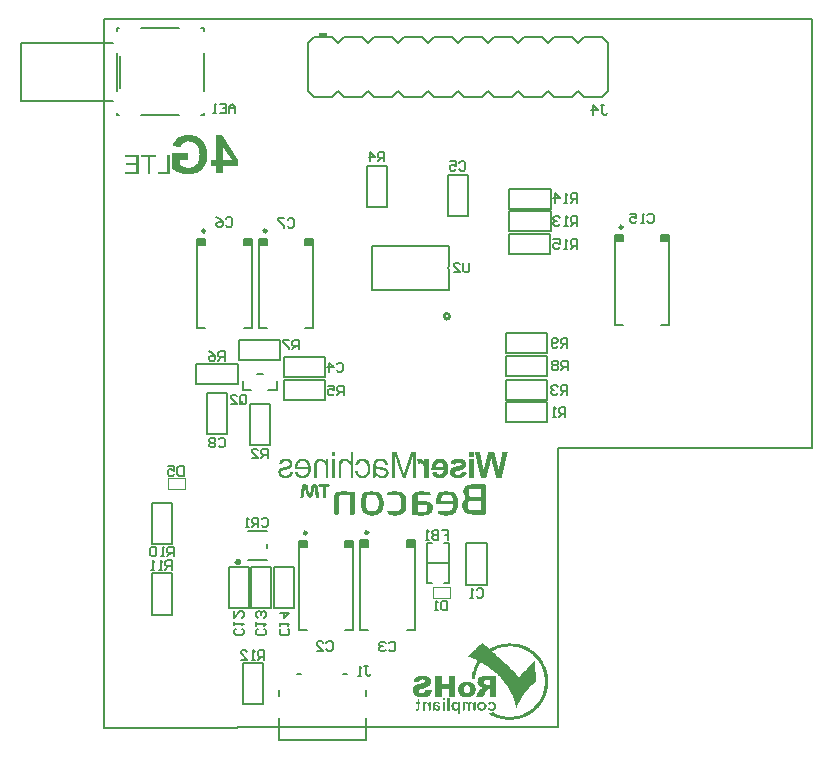
<source format=gbo>
G04*
G04 #@! TF.GenerationSoftware,Altium Limited,Altium Designer,21.2.2 (38)*
G04*
G04 Layer_Color=32896*
%FSLAX25Y25*%
%MOIN*%
G70*
G04*
G04 #@! TF.SameCoordinates,1EE3EA90-B843-4F6A-96F8-F7B062EE76D3*
G04*
G04*
G04 #@! TF.FilePolarity,Positive*
G04*
G01*
G75*
%ADD12C,0.00984*%
%ADD14C,0.00394*%
%ADD15C,0.00787*%
%ADD16C,0.01000*%
%ADD17C,0.00600*%
%ADD18C,0.00591*%
%ADD21C,0.00709*%
%ADD105R,0.02657X0.02165*%
%ADD106R,0.03150X0.01417*%
G36*
X77030Y91540D02*
Y91371D01*
Y91202D01*
Y91034D01*
Y90865D01*
Y90696D01*
Y90527D01*
X76187D01*
Y90696D01*
Y90865D01*
Y91034D01*
Y91202D01*
Y91371D01*
Y91540D01*
Y91709D01*
X77030D01*
Y91540D01*
D02*
G37*
G36*
X123278D02*
Y91371D01*
Y91202D01*
Y91034D01*
Y90865D01*
Y90696D01*
Y90527D01*
Y90359D01*
Y90190D01*
X121759D01*
Y90359D01*
Y90527D01*
Y90696D01*
Y90865D01*
Y91034D01*
Y91202D01*
Y91371D01*
Y91540D01*
Y91709D01*
X123278D01*
Y91540D01*
D02*
G37*
G36*
X83107D02*
Y91371D01*
Y91202D01*
Y91034D01*
Y90865D01*
Y90696D01*
Y90527D01*
Y90359D01*
Y90190D01*
Y90021D01*
Y89852D01*
Y89683D01*
Y89515D01*
Y89346D01*
Y89177D01*
Y89008D01*
Y88839D01*
Y88671D01*
Y88502D01*
Y88333D01*
Y88164D01*
Y87995D01*
Y87827D01*
Y87658D01*
Y87489D01*
Y87320D01*
Y87151D01*
Y86983D01*
Y86814D01*
Y86645D01*
Y86476D01*
Y86308D01*
Y86139D01*
Y85970D01*
Y85801D01*
Y85632D01*
Y85464D01*
Y85295D01*
Y85126D01*
Y84957D01*
Y84789D01*
Y84620D01*
Y84451D01*
Y84282D01*
Y84113D01*
Y83945D01*
Y83776D01*
Y83607D01*
Y83438D01*
Y83269D01*
X82263D01*
Y83438D01*
Y83607D01*
Y83776D01*
Y83945D01*
Y84113D01*
Y84282D01*
Y84451D01*
Y84620D01*
Y84789D01*
Y84957D01*
Y85126D01*
Y85295D01*
Y85464D01*
Y85632D01*
Y85801D01*
Y85970D01*
Y86139D01*
Y86308D01*
Y86476D01*
Y86645D01*
Y86814D01*
Y86983D01*
Y87151D01*
Y87320D01*
Y87489D01*
Y87658D01*
X82094D01*
Y87827D01*
Y87995D01*
X81925D01*
Y88164D01*
X81757D01*
Y88333D01*
X81588D01*
Y88502D01*
X81250D01*
Y88671D01*
X79900D01*
Y88502D01*
X79731D01*
Y88333D01*
X79394D01*
Y88164D01*
Y87995D01*
X79225D01*
Y87827D01*
Y87658D01*
Y87489D01*
Y87320D01*
Y87151D01*
Y86983D01*
Y86814D01*
Y86645D01*
Y86476D01*
Y86308D01*
Y86139D01*
Y85970D01*
Y85801D01*
Y85632D01*
Y85464D01*
Y85295D01*
Y85126D01*
Y84957D01*
Y84789D01*
Y84620D01*
Y84451D01*
Y84282D01*
Y84113D01*
Y83945D01*
Y83776D01*
Y83607D01*
Y83438D01*
Y83269D01*
X78381D01*
Y83438D01*
Y83607D01*
Y83776D01*
Y83945D01*
Y84113D01*
Y84282D01*
Y84451D01*
Y84620D01*
Y84789D01*
Y84957D01*
Y85126D01*
Y85295D01*
Y85464D01*
Y85632D01*
Y85801D01*
Y85970D01*
Y86139D01*
Y86308D01*
Y86476D01*
Y86645D01*
Y86814D01*
Y86983D01*
Y87151D01*
Y87320D01*
Y87489D01*
Y87658D01*
Y87827D01*
Y87995D01*
Y88164D01*
Y88333D01*
X78549D01*
Y88502D01*
Y88671D01*
X78718D01*
Y88839D01*
X78887D01*
Y89008D01*
X79056D01*
Y89177D01*
X79225D01*
Y89346D01*
X79562D01*
Y89515D01*
X81081D01*
Y89346D01*
X81419D01*
Y89177D01*
X81757D01*
Y89008D01*
X81925D01*
Y88839D01*
X82263D01*
Y89008D01*
Y89177D01*
Y89346D01*
Y89515D01*
Y89683D01*
Y89852D01*
Y90021D01*
Y90190D01*
Y90359D01*
Y90527D01*
Y90696D01*
Y90865D01*
Y91034D01*
Y91202D01*
Y91371D01*
Y91540D01*
Y91709D01*
X83107D01*
Y91540D01*
D02*
G37*
G36*
X93234Y89346D02*
X93740D01*
Y89177D01*
X94078D01*
Y89008D01*
X94247D01*
Y88839D01*
X94416D01*
Y88671D01*
X94584D01*
Y88502D01*
Y88333D01*
X94753D01*
Y88164D01*
Y87995D01*
Y87827D01*
X94922D01*
Y87658D01*
X94247D01*
Y87489D01*
X94078D01*
Y87658D01*
X93909D01*
Y87827D01*
Y87995D01*
X93740D01*
Y88164D01*
Y88333D01*
X93572D01*
Y88502D01*
X93234D01*
Y88671D01*
X91546D01*
Y88502D01*
X91209D01*
Y88333D01*
X91040D01*
Y88164D01*
X90871D01*
Y87995D01*
Y87827D01*
Y87658D01*
X90702D01*
Y87489D01*
Y87320D01*
Y87151D01*
X91040D01*
Y86983D01*
X92053D01*
Y86814D01*
X93234D01*
Y86645D01*
X93909D01*
Y86476D01*
X94247D01*
Y86308D01*
X94416D01*
Y86139D01*
X94584D01*
Y85970D01*
X94753D01*
Y85801D01*
X94922D01*
Y85632D01*
Y85464D01*
Y85295D01*
X95091D01*
Y85126D01*
Y84957D01*
Y84789D01*
Y84620D01*
Y84451D01*
X94922D01*
Y84282D01*
Y84113D01*
X94753D01*
Y83945D01*
Y83776D01*
X94584D01*
Y83607D01*
X94416D01*
Y83438D01*
X94078D01*
Y83269D01*
X93572D01*
Y83101D01*
X92559D01*
Y83269D01*
X91884D01*
Y83438D01*
X91546D01*
Y83607D01*
X91377D01*
Y83776D01*
X91040D01*
Y83945D01*
X90702D01*
Y83776D01*
Y83607D01*
X90534D01*
Y83438D01*
Y83269D01*
X89690D01*
Y83438D01*
Y83607D01*
Y83776D01*
X89858D01*
Y83945D01*
Y84113D01*
Y84282D01*
Y84451D01*
Y84620D01*
Y84789D01*
Y84957D01*
Y85126D01*
Y85295D01*
Y85464D01*
Y85632D01*
Y85801D01*
Y85970D01*
Y86139D01*
Y86308D01*
Y86476D01*
Y86645D01*
Y86814D01*
Y86983D01*
Y87151D01*
Y87320D01*
Y87489D01*
Y87658D01*
Y87827D01*
Y87995D01*
X90027D01*
Y88164D01*
Y88333D01*
Y88502D01*
Y88671D01*
X90196D01*
Y88839D01*
X90365D01*
Y89008D01*
X90534D01*
Y89177D01*
X90702D01*
Y89346D01*
X91209D01*
Y89515D01*
X93234D01*
Y89346D01*
D02*
G37*
G36*
X134756Y91540D02*
Y91371D01*
X134587D01*
Y91202D01*
Y91034D01*
Y90865D01*
X134418D01*
Y90696D01*
Y90527D01*
Y90359D01*
Y90190D01*
Y90021D01*
X134250D01*
Y89852D01*
Y89683D01*
Y89515D01*
Y89346D01*
X134081D01*
Y89177D01*
Y89008D01*
Y88839D01*
Y88671D01*
X133912D01*
Y88502D01*
Y88333D01*
Y88164D01*
Y87995D01*
Y87827D01*
X133743D01*
Y87658D01*
Y87489D01*
Y87320D01*
Y87151D01*
X133574D01*
Y86983D01*
Y86814D01*
Y86645D01*
Y86476D01*
X133406D01*
Y86308D01*
Y86139D01*
Y85970D01*
Y85801D01*
X133237D01*
Y85632D01*
Y85464D01*
Y85295D01*
Y85126D01*
X133068D01*
Y84957D01*
Y84789D01*
Y84620D01*
Y84451D01*
X132899D01*
Y84282D01*
Y84113D01*
Y83945D01*
Y83776D01*
Y83607D01*
X132730D01*
Y83438D01*
Y83269D01*
X130874D01*
Y83438D01*
Y83607D01*
X130705D01*
Y83776D01*
Y83945D01*
Y84113D01*
X130536D01*
Y84282D01*
Y84451D01*
Y84620D01*
Y84789D01*
Y84957D01*
X130368D01*
Y85126D01*
Y85295D01*
Y85464D01*
X130199D01*
Y85632D01*
Y85801D01*
Y85970D01*
Y86139D01*
X130030D01*
Y86308D01*
Y86476D01*
Y86645D01*
Y86814D01*
X129861D01*
Y86983D01*
Y87151D01*
Y87320D01*
X129692D01*
Y87489D01*
Y87658D01*
Y87827D01*
Y87995D01*
X129524D01*
Y88164D01*
Y88333D01*
Y88502D01*
Y88671D01*
X129355D01*
Y88839D01*
Y89008D01*
Y89177D01*
Y89346D01*
X129017D01*
Y89177D01*
Y89008D01*
Y88839D01*
Y88671D01*
X128848D01*
Y88502D01*
Y88333D01*
Y88164D01*
Y87995D01*
X128680D01*
Y87827D01*
Y87658D01*
Y87489D01*
Y87320D01*
X128511D01*
Y87151D01*
Y86983D01*
Y86814D01*
X128342D01*
Y86645D01*
Y86476D01*
Y86308D01*
Y86139D01*
X128173D01*
Y85970D01*
Y85801D01*
Y85632D01*
Y85464D01*
X128005D01*
Y85295D01*
Y85126D01*
Y84957D01*
Y84789D01*
X127836D01*
Y84620D01*
Y84451D01*
Y84282D01*
X127667D01*
Y84113D01*
Y83945D01*
Y83776D01*
Y83607D01*
X127498D01*
Y83438D01*
Y83269D01*
X125641D01*
Y83438D01*
Y83607D01*
Y83776D01*
X125473D01*
Y83945D01*
Y84113D01*
Y84282D01*
Y84451D01*
X125304D01*
Y84620D01*
Y84789D01*
Y84957D01*
Y85126D01*
Y85295D01*
X125135D01*
Y85464D01*
Y85632D01*
Y85801D01*
Y85970D01*
X124966D01*
Y86139D01*
Y86308D01*
Y86476D01*
X124797D01*
Y86645D01*
Y86814D01*
Y86983D01*
Y87151D01*
Y87320D01*
X124629D01*
Y87489D01*
Y87658D01*
Y87827D01*
Y87995D01*
X124460D01*
Y88164D01*
Y88333D01*
Y88502D01*
Y88671D01*
X124291D01*
Y88839D01*
Y89008D01*
Y89177D01*
Y89346D01*
Y89515D01*
X124122D01*
Y89683D01*
Y89852D01*
Y90021D01*
X123953D01*
Y90190D01*
Y90359D01*
Y90527D01*
Y90696D01*
X123785D01*
Y90865D01*
Y91034D01*
Y91202D01*
Y91371D01*
Y91540D01*
X123616D01*
Y91709D01*
X125304D01*
Y91540D01*
X125473D01*
Y91371D01*
Y91202D01*
Y91034D01*
Y90865D01*
X125641D01*
Y90696D01*
Y90527D01*
Y90359D01*
Y90190D01*
Y90021D01*
X125810D01*
Y89852D01*
Y89683D01*
Y89515D01*
Y89346D01*
Y89177D01*
X125979D01*
Y89008D01*
Y88839D01*
Y88671D01*
Y88502D01*
X126148D01*
Y88333D01*
Y88164D01*
Y87995D01*
Y87827D01*
Y87658D01*
X126317D01*
Y87489D01*
Y87320D01*
Y87151D01*
Y86983D01*
X126485D01*
Y86814D01*
Y86645D01*
Y86476D01*
Y86308D01*
X126654D01*
Y86139D01*
X126823D01*
Y86308D01*
Y86476D01*
Y86645D01*
Y86814D01*
X126992D01*
Y86983D01*
Y87151D01*
Y87320D01*
Y87489D01*
X127161D01*
Y87658D01*
Y87827D01*
Y87995D01*
Y88164D01*
X127329D01*
Y88333D01*
Y88502D01*
Y88671D01*
Y88839D01*
X127498D01*
Y89008D01*
Y89177D01*
Y89346D01*
Y89515D01*
X127667D01*
Y89683D01*
Y89852D01*
Y90021D01*
Y90190D01*
X127836D01*
Y90359D01*
Y90527D01*
Y90696D01*
Y90865D01*
X128005D01*
Y91034D01*
Y91202D01*
Y91371D01*
Y91540D01*
X128173D01*
Y91709D01*
X130199D01*
Y91540D01*
Y91371D01*
X130368D01*
Y91202D01*
Y91034D01*
Y90865D01*
Y90696D01*
X130536D01*
Y90527D01*
Y90359D01*
Y90190D01*
Y90021D01*
X130705D01*
Y89852D01*
Y89683D01*
Y89515D01*
X130874D01*
Y89346D01*
Y89177D01*
Y89008D01*
Y88839D01*
X131043D01*
Y88671D01*
Y88502D01*
Y88333D01*
Y88164D01*
X131211D01*
Y87995D01*
Y87827D01*
Y87658D01*
Y87489D01*
X131380D01*
Y87320D01*
Y87151D01*
Y86983D01*
Y86814D01*
X131549D01*
Y86645D01*
Y86476D01*
Y86308D01*
Y86139D01*
X131718D01*
Y86308D01*
X131887D01*
Y86476D01*
Y86645D01*
Y86814D01*
Y86983D01*
Y87151D01*
X132055D01*
Y87320D01*
Y87489D01*
Y87658D01*
Y87827D01*
X132224D01*
Y87995D01*
Y88164D01*
Y88333D01*
Y88502D01*
X132393D01*
Y88671D01*
Y88839D01*
Y89008D01*
Y89177D01*
Y89346D01*
Y89515D01*
X132562D01*
Y89683D01*
Y89852D01*
Y90021D01*
Y90190D01*
X132730D01*
Y90359D01*
Y90527D01*
Y90696D01*
Y90865D01*
X132899D01*
Y91034D01*
Y91202D01*
Y91371D01*
Y91540D01*
Y91709D01*
X134756D01*
Y91540D01*
D02*
G37*
G36*
X104205D02*
Y91371D01*
Y91202D01*
Y91034D01*
Y90865D01*
Y90696D01*
Y90527D01*
Y90359D01*
Y90190D01*
Y90021D01*
Y89852D01*
Y89683D01*
Y89515D01*
Y89346D01*
Y89177D01*
Y89008D01*
Y88839D01*
Y88671D01*
Y88502D01*
Y88333D01*
Y88164D01*
Y87995D01*
Y87827D01*
Y87658D01*
Y87489D01*
Y87320D01*
Y87151D01*
Y86983D01*
Y86814D01*
Y86645D01*
Y86476D01*
Y86308D01*
Y86139D01*
Y85970D01*
Y85801D01*
Y85632D01*
Y85464D01*
Y85295D01*
Y85126D01*
Y84957D01*
Y84789D01*
Y84620D01*
Y84451D01*
Y84282D01*
Y84113D01*
Y83945D01*
Y83776D01*
Y83607D01*
Y83438D01*
Y83269D01*
X103024D01*
Y83438D01*
Y83607D01*
Y83776D01*
Y83945D01*
Y84113D01*
Y84282D01*
Y84451D01*
Y84620D01*
Y84789D01*
Y84957D01*
Y85126D01*
Y85295D01*
Y85464D01*
Y85632D01*
Y85801D01*
Y85970D01*
Y86139D01*
Y86308D01*
Y86476D01*
Y86645D01*
Y86814D01*
Y86983D01*
Y87151D01*
Y87320D01*
Y87489D01*
Y87658D01*
Y87827D01*
Y87995D01*
Y88164D01*
Y88333D01*
Y88502D01*
Y88671D01*
Y88839D01*
Y89008D01*
Y89177D01*
Y89346D01*
Y89515D01*
Y89683D01*
Y89852D01*
Y90021D01*
Y90190D01*
X102855D01*
Y90021D01*
Y89852D01*
Y89683D01*
Y89515D01*
X102686D01*
Y89346D01*
Y89177D01*
X102517D01*
Y89008D01*
Y88839D01*
Y88671D01*
X102349D01*
Y88502D01*
Y88333D01*
Y88164D01*
Y87995D01*
X102180D01*
Y87827D01*
Y87658D01*
X102011D01*
Y87489D01*
Y87320D01*
Y87151D01*
X101842D01*
Y86983D01*
Y86814D01*
Y86645D01*
X101673D01*
Y86476D01*
Y86308D01*
Y86139D01*
X101505D01*
Y85970D01*
Y85801D01*
Y85632D01*
X101336D01*
Y85464D01*
Y85295D01*
Y85126D01*
X101167D01*
Y84957D01*
Y84789D01*
Y84620D01*
X100998D01*
Y84451D01*
Y84282D01*
Y84113D01*
X100830D01*
Y83945D01*
Y83776D01*
Y83607D01*
X100661D01*
Y83438D01*
Y83269D01*
X99648D01*
Y83438D01*
X99479D01*
Y83607D01*
Y83776D01*
Y83945D01*
X99310D01*
Y84113D01*
Y84282D01*
Y84451D01*
X99142D01*
Y84620D01*
Y84789D01*
Y84957D01*
X98973D01*
Y85126D01*
Y85295D01*
Y85464D01*
X98804D01*
Y85632D01*
Y85801D01*
X98635D01*
Y85970D01*
Y86139D01*
Y86308D01*
X98466D01*
Y86476D01*
Y86645D01*
Y86814D01*
X98298D01*
Y86983D01*
Y87151D01*
Y87320D01*
X98129D01*
Y87489D01*
Y87658D01*
Y87827D01*
X97960D01*
Y87995D01*
Y88164D01*
Y88333D01*
X97791D01*
Y88502D01*
Y88671D01*
Y88839D01*
X97623D01*
Y89008D01*
Y89177D01*
Y89346D01*
X97454D01*
Y89515D01*
Y89683D01*
X97285D01*
Y89852D01*
Y90021D01*
X97116D01*
Y89852D01*
Y89683D01*
Y89515D01*
Y89346D01*
Y89177D01*
Y89008D01*
Y88839D01*
Y88671D01*
Y88502D01*
Y88333D01*
Y88164D01*
Y87995D01*
Y87827D01*
Y87658D01*
Y87489D01*
Y87320D01*
Y87151D01*
Y86983D01*
Y86814D01*
Y86645D01*
Y86476D01*
Y86308D01*
Y86139D01*
Y85970D01*
Y85801D01*
Y85632D01*
Y85464D01*
Y85295D01*
Y85126D01*
Y84957D01*
Y84789D01*
Y84620D01*
Y84451D01*
Y84282D01*
Y84113D01*
Y83945D01*
Y83776D01*
Y83607D01*
Y83438D01*
Y83269D01*
X96104D01*
Y83438D01*
Y83607D01*
Y83776D01*
Y83945D01*
Y84113D01*
Y84282D01*
Y84451D01*
Y84620D01*
Y84789D01*
Y84957D01*
Y85126D01*
Y85295D01*
Y85464D01*
Y85632D01*
Y85801D01*
Y85970D01*
Y86139D01*
Y86308D01*
Y86476D01*
Y86645D01*
Y86814D01*
Y86983D01*
Y87151D01*
Y87320D01*
Y87489D01*
Y87658D01*
Y87827D01*
Y87995D01*
Y88164D01*
Y88333D01*
Y88502D01*
Y88671D01*
Y88839D01*
Y89008D01*
Y89177D01*
Y89346D01*
Y89515D01*
Y89683D01*
Y89852D01*
Y90021D01*
Y90190D01*
Y90359D01*
Y90527D01*
Y90696D01*
Y90865D01*
Y91034D01*
Y91202D01*
Y91371D01*
Y91540D01*
Y91709D01*
X97623D01*
Y91540D01*
Y91371D01*
X97791D01*
Y91202D01*
Y91034D01*
Y90865D01*
X97960D01*
Y90696D01*
Y90527D01*
Y90359D01*
X98129D01*
Y90190D01*
Y90021D01*
Y89852D01*
X98298D01*
Y89683D01*
Y89515D01*
X98466D01*
Y89346D01*
Y89177D01*
Y89008D01*
X98635D01*
Y88839D01*
Y88671D01*
Y88502D01*
X98804D01*
Y88333D01*
Y88164D01*
Y87995D01*
X98973D01*
Y87827D01*
Y87658D01*
Y87489D01*
X99142D01*
Y87320D01*
Y87151D01*
Y86983D01*
X99310D01*
Y86814D01*
Y86645D01*
Y86476D01*
X99479D01*
Y86308D01*
Y86139D01*
Y85970D01*
X99648D01*
Y85801D01*
Y85632D01*
Y85464D01*
X99817D01*
Y85295D01*
Y85126D01*
Y84957D01*
X99986D01*
Y84789D01*
Y84620D01*
X100154D01*
Y84789D01*
Y84957D01*
Y85126D01*
X100323D01*
Y85295D01*
Y85464D01*
Y85632D01*
X100492D01*
Y85801D01*
Y85970D01*
Y86139D01*
X100661D01*
Y86308D01*
Y86476D01*
Y86645D01*
X100830D01*
Y86814D01*
Y86983D01*
Y87151D01*
X100998D01*
Y87320D01*
Y87489D01*
Y87658D01*
X101167D01*
Y87827D01*
Y87995D01*
Y88164D01*
X101336D01*
Y88333D01*
Y88502D01*
Y88671D01*
X101505D01*
Y88839D01*
Y89008D01*
Y89177D01*
X101673D01*
Y89346D01*
Y89515D01*
X101842D01*
Y89683D01*
Y89852D01*
Y90021D01*
Y90190D01*
X102011D01*
Y90359D01*
Y90527D01*
Y90696D01*
X102180D01*
Y90865D01*
Y91034D01*
X102349D01*
Y91202D01*
Y91371D01*
Y91540D01*
Y91709D01*
X104205D01*
Y91540D01*
D02*
G37*
G36*
X112813Y89346D02*
X113320D01*
Y89177D01*
X113657D01*
Y89008D01*
X113826D01*
Y88839D01*
X113995D01*
Y88671D01*
X114164D01*
Y88502D01*
X114333D01*
Y88333D01*
Y88164D01*
X114501D01*
Y87995D01*
X114670D01*
Y87827D01*
Y87658D01*
Y87489D01*
X114839D01*
Y87320D01*
Y87151D01*
Y86983D01*
Y86814D01*
Y86645D01*
Y86476D01*
Y86308D01*
Y86139D01*
Y85970D01*
Y85801D01*
Y85632D01*
Y85464D01*
Y85295D01*
Y85126D01*
X114670D01*
Y84957D01*
Y84789D01*
Y84620D01*
X114501D01*
Y84451D01*
X114333D01*
Y84282D01*
Y84113D01*
X114164D01*
Y83945D01*
X113995D01*
Y83776D01*
X113826D01*
Y83607D01*
X113489D01*
Y83438D01*
X113320D01*
Y83269D01*
X112645D01*
Y83101D01*
X111126D01*
Y83269D01*
X110619D01*
Y83438D01*
X110282D01*
Y83607D01*
X110113D01*
Y83776D01*
X109944D01*
Y83945D01*
X109775D01*
Y84113D01*
X109607D01*
Y84282D01*
Y84451D01*
X109438D01*
Y84620D01*
Y84789D01*
X109269D01*
Y84957D01*
X109775D01*
Y85126D01*
X110957D01*
Y84957D01*
Y84789D01*
X111126D01*
Y84620D01*
X111294D01*
Y84451D01*
X111632D01*
Y84282D01*
X112138D01*
Y84451D01*
X112645D01*
Y84620D01*
X112813D01*
Y84789D01*
X112982D01*
Y84957D01*
Y85126D01*
X113151D01*
Y85295D01*
Y85464D01*
Y85632D01*
X113320D01*
Y85801D01*
X109269D01*
Y85970D01*
X109100D01*
Y86139D01*
Y86308D01*
Y86476D01*
Y86645D01*
X109269D01*
Y86814D01*
Y86983D01*
Y87151D01*
Y87320D01*
Y87489D01*
X109438D01*
Y87658D01*
Y87827D01*
Y87995D01*
X109607D01*
Y88164D01*
Y88333D01*
X109775D01*
Y88502D01*
X109944D01*
Y88671D01*
X110113D01*
Y88839D01*
X110282D01*
Y89008D01*
X110450D01*
Y89177D01*
X110788D01*
Y89346D01*
X111294D01*
Y89515D01*
X112813D01*
Y89346D01*
D02*
G37*
G36*
X86989D02*
X87495D01*
Y89177D01*
X87664D01*
Y89008D01*
X88002D01*
Y88839D01*
X88170D01*
Y88671D01*
X88339D01*
Y88502D01*
Y88333D01*
X88508D01*
Y88164D01*
Y87995D01*
X88677D01*
Y87827D01*
Y87658D01*
X88846D01*
Y87489D01*
Y87320D01*
Y87151D01*
Y86983D01*
Y86814D01*
Y86645D01*
Y86476D01*
Y86308D01*
Y86139D01*
Y85970D01*
Y85801D01*
Y85632D01*
Y85464D01*
Y85295D01*
Y85126D01*
X88677D01*
Y84957D01*
Y84789D01*
Y84620D01*
X88508D01*
Y84451D01*
Y84282D01*
X88339D01*
Y84113D01*
X88170D01*
Y83945D01*
X88002D01*
Y83776D01*
X87833D01*
Y83607D01*
X87664D01*
Y83438D01*
X87327D01*
Y83269D01*
X86651D01*
Y83101D01*
X85807D01*
Y83269D01*
X85132D01*
Y83438D01*
X84964D01*
Y83607D01*
X84626D01*
Y83776D01*
X84457D01*
Y83945D01*
X84288D01*
Y84113D01*
X84120D01*
Y84282D01*
Y84451D01*
X83951D01*
Y84620D01*
Y84789D01*
X83782D01*
Y84957D01*
Y85126D01*
Y85295D01*
Y85464D01*
X84626D01*
Y85295D01*
Y85126D01*
Y84957D01*
X84795D01*
Y84789D01*
Y84620D01*
X84964D01*
Y84451D01*
X85132D01*
Y84282D01*
X85301D01*
Y84113D01*
X85807D01*
Y83945D01*
X86651D01*
Y84113D01*
X87158D01*
Y84282D01*
X87327D01*
Y84451D01*
X87495D01*
Y84620D01*
X87664D01*
Y84789D01*
Y84957D01*
X87833D01*
Y85126D01*
Y85295D01*
X88002D01*
Y85464D01*
Y85632D01*
Y85801D01*
Y85970D01*
Y86139D01*
Y86308D01*
Y86476D01*
Y86645D01*
Y86814D01*
Y86983D01*
Y87151D01*
Y87320D01*
X87833D01*
Y87489D01*
Y87658D01*
Y87827D01*
X87664D01*
Y87995D01*
X87495D01*
Y88164D01*
Y88333D01*
X87158D01*
Y88502D01*
X86820D01*
Y88671D01*
X85470D01*
Y88502D01*
X85301D01*
Y88333D01*
X85132D01*
Y88164D01*
X84964D01*
Y87995D01*
X84795D01*
Y87827D01*
Y87658D01*
X84626D01*
Y87489D01*
X83951D01*
Y87658D01*
X83782D01*
Y87827D01*
X83951D01*
Y87995D01*
Y88164D01*
X84120D01*
Y88333D01*
Y88502D01*
X84288D01*
Y88671D01*
Y88839D01*
X84457D01*
Y89008D01*
X84795D01*
Y89177D01*
X84964D01*
Y89346D01*
X85470D01*
Y89515D01*
X86989D01*
Y89346D01*
D02*
G37*
G36*
X67072D02*
X67578D01*
Y89177D01*
X67916D01*
Y89008D01*
X68085D01*
Y88839D01*
X68253D01*
Y88671D01*
X68422D01*
Y88502D01*
X68591D01*
Y88333D01*
X68760D01*
Y88164D01*
Y87995D01*
Y87827D01*
X68929D01*
Y87658D01*
Y87489D01*
Y87320D01*
X69097D01*
Y87151D01*
Y86983D01*
Y86814D01*
Y86645D01*
Y86476D01*
Y86308D01*
Y86139D01*
Y85970D01*
Y85801D01*
Y85632D01*
Y85464D01*
Y85295D01*
X68929D01*
Y85126D01*
Y84957D01*
Y84789D01*
X68760D01*
Y84620D01*
Y84451D01*
X68591D01*
Y84282D01*
Y84113D01*
X68422D01*
Y83945D01*
X68253D01*
Y83776D01*
X68085D01*
Y83607D01*
X67747D01*
Y83438D01*
X67409D01*
Y83269D01*
X66903D01*
Y83101D01*
X65722D01*
Y83269D01*
X65215D01*
Y83438D01*
X64878D01*
Y83607D01*
X64540D01*
Y83776D01*
X64371D01*
Y83945D01*
X64202D01*
Y84113D01*
X64034D01*
Y84282D01*
Y84451D01*
X63865D01*
Y84620D01*
Y84789D01*
X63696D01*
Y84957D01*
Y85126D01*
X64709D01*
Y84957D01*
Y84789D01*
X64878D01*
Y84620D01*
X65047D01*
Y84451D01*
X65215D01*
Y84282D01*
X65384D01*
Y84113D01*
X65890D01*
Y83945D01*
X66734D01*
Y84113D01*
X67241D01*
Y84282D01*
X67409D01*
Y84451D01*
X67578D01*
Y84620D01*
X67747D01*
Y84789D01*
X67916D01*
Y84957D01*
X68085D01*
Y85126D01*
Y85295D01*
Y85464D01*
Y85632D01*
X68253D01*
Y85801D01*
Y85970D01*
X68085D01*
Y86139D01*
X63696D01*
Y86308D01*
Y86476D01*
Y86645D01*
Y86814D01*
Y86983D01*
Y87151D01*
Y87320D01*
Y87489D01*
X63865D01*
Y87658D01*
Y87827D01*
Y87995D01*
X64034D01*
Y88164D01*
Y88333D01*
X64202D01*
Y88502D01*
X64371D01*
Y88671D01*
X64540D01*
Y88839D01*
X64709D01*
Y89008D01*
X64878D01*
Y89177D01*
X65047D01*
Y89346D01*
X65553D01*
Y89515D01*
X67072D01*
Y89346D01*
D02*
G37*
G36*
X123278Y89177D02*
Y89008D01*
Y88839D01*
Y88671D01*
Y88502D01*
Y88333D01*
Y88164D01*
Y87995D01*
Y87827D01*
Y87658D01*
Y87489D01*
Y87320D01*
Y87151D01*
Y86983D01*
Y86814D01*
Y86645D01*
Y86476D01*
Y86308D01*
Y86139D01*
Y85970D01*
Y85801D01*
Y85632D01*
Y85464D01*
Y85295D01*
Y85126D01*
Y84957D01*
Y84789D01*
Y84620D01*
Y84451D01*
Y84282D01*
Y84113D01*
Y83945D01*
Y83776D01*
Y83607D01*
Y83438D01*
Y83269D01*
X121759D01*
Y83438D01*
Y83607D01*
Y83776D01*
Y83945D01*
Y84113D01*
Y84282D01*
Y84451D01*
Y84620D01*
Y84789D01*
Y84957D01*
Y85126D01*
Y85295D01*
Y85464D01*
Y85632D01*
Y85801D01*
Y85970D01*
Y86139D01*
Y86308D01*
Y86476D01*
Y86645D01*
Y86814D01*
Y86983D01*
Y87151D01*
Y87320D01*
Y87489D01*
Y87658D01*
Y87827D01*
Y87995D01*
Y88164D01*
Y88333D01*
Y88502D01*
Y88671D01*
Y88839D01*
Y89008D01*
Y89177D01*
Y89346D01*
X123278D01*
Y89177D01*
D02*
G37*
G36*
X106062Y89346D02*
X106231D01*
Y89177D01*
X106568D01*
Y89008D01*
Y88839D01*
X106737D01*
Y88671D01*
X106906D01*
Y88839D01*
Y89008D01*
Y89177D01*
Y89346D01*
X108425D01*
Y89177D01*
Y89008D01*
Y88839D01*
Y88671D01*
Y88502D01*
Y88333D01*
Y88164D01*
Y87995D01*
Y87827D01*
Y87658D01*
Y87489D01*
Y87320D01*
Y87151D01*
Y86983D01*
Y86814D01*
Y86645D01*
Y86476D01*
Y86308D01*
Y86139D01*
Y85970D01*
Y85801D01*
Y85632D01*
Y85464D01*
Y85295D01*
Y85126D01*
Y84957D01*
Y84789D01*
Y84620D01*
Y84451D01*
Y84282D01*
Y84113D01*
Y83945D01*
Y83776D01*
Y83607D01*
Y83438D01*
Y83269D01*
X106737D01*
Y83438D01*
Y83607D01*
Y83776D01*
Y83945D01*
Y84113D01*
Y84282D01*
Y84451D01*
Y84620D01*
Y84789D01*
Y84957D01*
Y85126D01*
Y85295D01*
Y85464D01*
Y85632D01*
Y85801D01*
Y85970D01*
Y86139D01*
Y86308D01*
Y86476D01*
Y86645D01*
Y86814D01*
Y86983D01*
Y87151D01*
X106568D01*
Y87320D01*
Y87489D01*
Y87658D01*
X106400D01*
Y87827D01*
X106231D01*
Y87995D01*
X105724D01*
Y88164D01*
X105556D01*
Y87995D01*
X105049D01*
Y87827D01*
X104880D01*
Y87995D01*
Y88164D01*
X104712D01*
Y88333D01*
Y88502D01*
Y88671D01*
X104543D01*
Y88839D01*
Y89008D01*
X104374D01*
Y89177D01*
X104543D01*
Y89346D01*
X104880D01*
Y89515D01*
X106062D01*
Y89346D01*
D02*
G37*
G36*
X77030Y89177D02*
Y89008D01*
Y88839D01*
Y88671D01*
Y88502D01*
Y88333D01*
Y88164D01*
Y87995D01*
Y87827D01*
Y87658D01*
Y87489D01*
Y87320D01*
Y87151D01*
Y86983D01*
Y86814D01*
Y86645D01*
Y86476D01*
Y86308D01*
Y86139D01*
Y85970D01*
Y85801D01*
Y85632D01*
Y85464D01*
Y85295D01*
Y85126D01*
Y84957D01*
Y84789D01*
Y84620D01*
Y84451D01*
Y84282D01*
Y84113D01*
Y83945D01*
Y83776D01*
Y83607D01*
Y83438D01*
Y83269D01*
X76187D01*
Y83438D01*
Y83607D01*
Y83776D01*
Y83945D01*
Y84113D01*
Y84282D01*
Y84451D01*
Y84620D01*
Y84789D01*
Y84957D01*
Y85126D01*
Y85295D01*
Y85464D01*
Y85632D01*
Y85801D01*
Y85970D01*
Y86139D01*
Y86308D01*
Y86476D01*
Y86645D01*
Y86814D01*
Y86983D01*
Y87151D01*
Y87320D01*
Y87489D01*
Y87658D01*
Y87827D01*
Y87995D01*
Y88164D01*
Y88333D01*
Y88502D01*
Y88671D01*
Y88839D01*
Y89008D01*
Y89177D01*
Y89346D01*
X77030D01*
Y89177D01*
D02*
G37*
G36*
X72811Y89346D02*
X73148D01*
Y89177D01*
X73486D01*
Y89008D01*
X73655D01*
Y88839D01*
X73823D01*
Y88671D01*
X74161D01*
Y88839D01*
Y89008D01*
Y89177D01*
Y89346D01*
X74836D01*
Y89177D01*
Y89008D01*
Y88839D01*
Y88671D01*
Y88502D01*
Y88333D01*
Y88164D01*
Y87995D01*
Y87827D01*
Y87658D01*
Y87489D01*
Y87320D01*
Y87151D01*
Y86983D01*
Y86814D01*
Y86645D01*
Y86476D01*
Y86308D01*
Y86139D01*
Y85970D01*
Y85801D01*
Y85632D01*
Y85464D01*
Y85295D01*
Y85126D01*
Y84957D01*
Y84789D01*
Y84620D01*
Y84451D01*
Y84282D01*
Y84113D01*
Y83945D01*
Y83776D01*
Y83607D01*
Y83438D01*
Y83269D01*
X73992D01*
Y83438D01*
Y83607D01*
Y83776D01*
Y83945D01*
Y84113D01*
Y84282D01*
Y84451D01*
Y84620D01*
Y84789D01*
Y84957D01*
Y85126D01*
Y85295D01*
Y85464D01*
Y85632D01*
Y85801D01*
Y85970D01*
Y86139D01*
Y86308D01*
Y86476D01*
Y86645D01*
Y86814D01*
Y86983D01*
Y87151D01*
Y87320D01*
Y87489D01*
Y87658D01*
X73823D01*
Y87827D01*
Y87995D01*
X73655D01*
Y88164D01*
X73486D01*
Y88333D01*
X73317D01*
Y88502D01*
X72811D01*
Y88671D01*
X71798D01*
Y88502D01*
X71460D01*
Y88333D01*
X71292D01*
Y88164D01*
X71123D01*
Y87995D01*
Y87827D01*
X70954D01*
Y87658D01*
Y87489D01*
Y87320D01*
Y87151D01*
Y86983D01*
Y86814D01*
Y86645D01*
Y86476D01*
Y86308D01*
Y86139D01*
Y85970D01*
Y85801D01*
Y85632D01*
Y85464D01*
Y85295D01*
Y85126D01*
Y84957D01*
Y84789D01*
Y84620D01*
Y84451D01*
Y84282D01*
Y84113D01*
Y83945D01*
Y83776D01*
Y83607D01*
Y83438D01*
Y83269D01*
X70110D01*
Y83438D01*
Y83607D01*
Y83776D01*
Y83945D01*
Y84113D01*
Y84282D01*
Y84451D01*
Y84620D01*
Y84789D01*
Y84957D01*
Y85126D01*
Y85295D01*
Y85464D01*
Y85632D01*
Y85801D01*
Y85970D01*
Y86139D01*
Y86308D01*
Y86476D01*
Y86645D01*
Y86814D01*
Y86983D01*
Y87151D01*
Y87320D01*
Y87489D01*
Y87658D01*
Y87827D01*
Y87995D01*
Y88164D01*
Y88333D01*
X70279D01*
Y88502D01*
Y88671D01*
X70448D01*
Y88839D01*
X70617D01*
Y89008D01*
X70785D01*
Y89177D01*
X70954D01*
Y89346D01*
X71460D01*
Y89515D01*
X72811D01*
Y89346D01*
D02*
G37*
G36*
X119228D02*
X119903D01*
Y89177D01*
X120071D01*
Y89008D01*
X120409D01*
Y88839D01*
Y88671D01*
X120578D01*
Y88502D01*
X120747D01*
Y88333D01*
Y88164D01*
X120915D01*
Y87995D01*
Y87827D01*
Y87658D01*
Y87489D01*
Y87320D01*
Y87151D01*
X120747D01*
Y86983D01*
Y86814D01*
X120578D01*
Y86645D01*
X120409D01*
Y86476D01*
X120240D01*
Y86308D01*
X120071D01*
Y86139D01*
X119734D01*
Y85970D01*
X119228D01*
Y85801D01*
X118721D01*
Y85632D01*
X118046D01*
Y85464D01*
X117371D01*
Y85295D01*
X117033D01*
Y85126D01*
Y84957D01*
Y84789D01*
Y84620D01*
X117202D01*
Y84451D01*
X117540D01*
Y84282D01*
X118721D01*
Y84451D01*
X119059D01*
Y84620D01*
X119228D01*
Y84789D01*
X119396D01*
Y84957D01*
Y85126D01*
X120747D01*
Y84957D01*
X121084D01*
Y84789D01*
Y84620D01*
X120915D01*
Y84451D01*
Y84282D01*
X120747D01*
Y84113D01*
X120578D01*
Y83945D01*
X120409D01*
Y83776D01*
X120240D01*
Y83607D01*
X119903D01*
Y83438D01*
X119565D01*
Y83269D01*
X119059D01*
Y83101D01*
X117371D01*
Y83269D01*
X116696D01*
Y83438D01*
X116358D01*
Y83607D01*
X116189D01*
Y83776D01*
X116021D01*
Y83945D01*
X115852D01*
Y84113D01*
X115683D01*
Y84282D01*
X115514D01*
Y84451D01*
Y84620D01*
Y84789D01*
X115345D01*
Y84957D01*
Y85126D01*
Y85295D01*
Y85464D01*
Y85632D01*
X115514D01*
Y85801D01*
Y85970D01*
X115683D01*
Y86139D01*
Y86308D01*
X115852D01*
Y86476D01*
X116189D01*
Y86645D01*
X116527D01*
Y86814D01*
X116865D01*
Y86983D01*
X117540D01*
Y87151D01*
X118215D01*
Y87320D01*
X118890D01*
Y87489D01*
X119228D01*
Y87658D01*
X119396D01*
Y87827D01*
Y87995D01*
X119228D01*
Y88164D01*
X119059D01*
Y88333D01*
X117540D01*
Y88164D01*
X117371D01*
Y87995D01*
X117202D01*
Y87827D01*
Y87658D01*
X116696D01*
Y87827D01*
X115683D01*
Y87995D01*
Y88164D01*
Y88333D01*
X115852D01*
Y88502D01*
Y88671D01*
X116021D01*
Y88839D01*
X116189D01*
Y89008D01*
X116358D01*
Y89177D01*
X116696D01*
Y89346D01*
X117202D01*
Y89515D01*
X119228D01*
Y89346D01*
D02*
G37*
G36*
X61502D02*
X62008D01*
Y89177D01*
X62346D01*
Y89008D01*
X62515D01*
Y88839D01*
X62683D01*
Y88671D01*
Y88502D01*
X62852D01*
Y88333D01*
Y88164D01*
Y87995D01*
Y87827D01*
Y87658D01*
Y87489D01*
Y87320D01*
Y87151D01*
X62683D01*
Y86983D01*
Y86814D01*
X62515D01*
Y86645D01*
X62346D01*
Y86476D01*
X62008D01*
Y86308D01*
X61671D01*
Y86139D01*
X61164D01*
Y85970D01*
X60489D01*
Y85801D01*
X59814D01*
Y85632D01*
X59477D01*
Y85464D01*
X59139D01*
Y85295D01*
Y85126D01*
Y84957D01*
Y84789D01*
Y84620D01*
Y84451D01*
X59308D01*
Y84282D01*
X59477D01*
Y84113D01*
X60152D01*
Y83945D01*
X60996D01*
Y84113D01*
X61502D01*
Y84282D01*
X61839D01*
Y84451D01*
X62008D01*
Y84620D01*
Y84789D01*
X62177D01*
Y84957D01*
Y85126D01*
Y85295D01*
X62515D01*
Y85126D01*
X63021D01*
Y84957D01*
Y84789D01*
Y84620D01*
Y84451D01*
X62852D01*
Y84282D01*
Y84113D01*
X62683D01*
Y83945D01*
X62515D01*
Y83776D01*
X62346D01*
Y83607D01*
X62177D01*
Y83438D01*
X61839D01*
Y83269D01*
X61164D01*
Y83101D01*
X59983D01*
Y83269D01*
X59477D01*
Y83438D01*
X59139D01*
Y83607D01*
X58801D01*
Y83776D01*
X58633D01*
Y83945D01*
X58464D01*
Y84113D01*
Y84282D01*
X58295D01*
Y84451D01*
Y84620D01*
Y84789D01*
X58126D01*
Y84957D01*
Y85126D01*
Y85295D01*
Y85464D01*
X58295D01*
Y85632D01*
Y85801D01*
Y85970D01*
X58464D01*
Y86139D01*
X58633D01*
Y86308D01*
X58801D01*
Y86476D01*
X59308D01*
Y86645D01*
X59645D01*
Y86814D01*
X60320D01*
Y86983D01*
X60996D01*
Y87151D01*
X61502D01*
Y87320D01*
X61839D01*
Y87489D01*
X62008D01*
Y87658D01*
Y87827D01*
Y87995D01*
Y88164D01*
Y88333D01*
X61839D01*
Y88502D01*
X61502D01*
Y88671D01*
X59983D01*
Y88502D01*
X59645D01*
Y88333D01*
X59477D01*
Y88164D01*
X59308D01*
Y87995D01*
Y87827D01*
X58464D01*
Y87995D01*
Y88164D01*
Y88333D01*
X58633D01*
Y88502D01*
Y88671D01*
X58801D01*
Y88839D01*
Y89008D01*
X59139D01*
Y89177D01*
X59308D01*
Y89346D01*
X59814D01*
Y89515D01*
X61502D01*
Y89346D01*
D02*
G37*
G36*
X70733Y80875D02*
X71232D01*
Y80625D01*
Y80376D01*
X71481D01*
Y80127D01*
Y79878D01*
Y79629D01*
Y79380D01*
Y79131D01*
Y78882D01*
Y78632D01*
Y78383D01*
X71730D01*
Y78134D01*
Y77885D01*
Y77636D01*
Y77387D01*
Y77138D01*
Y76889D01*
Y76639D01*
X71481D01*
Y76390D01*
X70982D01*
Y76639D01*
X70733D01*
Y76889D01*
Y77138D01*
Y77387D01*
X70484D01*
Y77636D01*
Y77885D01*
Y78134D01*
Y78383D01*
Y78632D01*
Y78882D01*
Y79131D01*
Y79380D01*
Y79629D01*
Y79878D01*
X70235D01*
Y79629D01*
Y79380D01*
X69986D01*
Y79131D01*
Y78882D01*
Y78632D01*
X69737D01*
Y78383D01*
Y78134D01*
Y77885D01*
Y77636D01*
Y77387D01*
Y77138D01*
X69488D01*
Y76889D01*
X68989D01*
Y76639D01*
X68491D01*
Y76889D01*
X67993D01*
Y77138D01*
X67744D01*
Y77387D01*
Y77636D01*
Y77885D01*
X67494D01*
Y78134D01*
Y78383D01*
Y78632D01*
Y78882D01*
Y79131D01*
X67245D01*
Y79380D01*
Y79629D01*
X66996D01*
Y79380D01*
Y79131D01*
Y78882D01*
X66747D01*
Y78632D01*
Y78383D01*
Y78134D01*
Y77885D01*
Y77636D01*
Y77387D01*
Y77138D01*
Y76889D01*
X66498D01*
Y76639D01*
X66249D01*
Y76390D01*
X65751D01*
Y76639D01*
X65501D01*
Y76889D01*
X65751D01*
Y77138D01*
Y77387D01*
Y77636D01*
Y77885D01*
Y78134D01*
Y78383D01*
Y78632D01*
Y78882D01*
Y79131D01*
Y79380D01*
Y79629D01*
X66000D01*
Y79878D01*
Y80127D01*
Y80376D01*
Y80625D01*
Y80875D01*
X66498D01*
Y81124D01*
X67494D01*
Y80875D01*
X67993D01*
Y80625D01*
Y80376D01*
Y80127D01*
X68242D01*
Y79878D01*
Y79629D01*
Y79380D01*
Y79131D01*
Y78882D01*
X68491D01*
Y78632D01*
Y78383D01*
Y78134D01*
X68740D01*
Y78383D01*
X68989D01*
Y78632D01*
Y78882D01*
Y79131D01*
Y79380D01*
Y79629D01*
Y79878D01*
X69239D01*
Y80127D01*
Y80376D01*
Y80625D01*
X69488D01*
Y80875D01*
X69737D01*
Y81124D01*
X70733D01*
Y80875D01*
D02*
G37*
G36*
X75218D02*
X75467D01*
Y80625D01*
Y80376D01*
X75218D01*
Y80127D01*
X74221D01*
Y79878D01*
Y79629D01*
Y79380D01*
Y79131D01*
Y78882D01*
Y78632D01*
Y78383D01*
Y78134D01*
Y77885D01*
Y77636D01*
Y77387D01*
Y77138D01*
Y76889D01*
Y76639D01*
X73972D01*
Y76390D01*
X73225D01*
Y76639D01*
X72975D01*
Y76889D01*
Y77138D01*
Y77387D01*
Y77636D01*
Y77885D01*
Y78134D01*
Y78383D01*
Y78632D01*
Y78882D01*
Y79131D01*
Y79380D01*
Y79629D01*
Y79878D01*
Y80127D01*
X71730D01*
Y80376D01*
Y80625D01*
X71481D01*
Y80875D01*
X71730D01*
Y81124D01*
X75218D01*
Y80875D01*
D02*
G37*
G36*
X114830Y78632D02*
X116076D01*
Y78383D01*
X116823D01*
Y78134D01*
X117073D01*
Y77885D01*
X117322D01*
Y77636D01*
X117571D01*
Y77387D01*
Y77138D01*
X117820D01*
Y76889D01*
Y76639D01*
Y76390D01*
X118069D01*
Y76141D01*
Y75892D01*
Y75643D01*
Y75394D01*
Y75145D01*
Y74895D01*
Y74646D01*
Y74397D01*
Y74148D01*
Y73899D01*
Y73650D01*
Y73401D01*
Y73151D01*
X117820D01*
Y72902D01*
Y72653D01*
Y72404D01*
X117571D01*
Y72155D01*
Y71906D01*
X117322D01*
Y71657D01*
X117073D01*
Y71408D01*
X116823D01*
Y71158D01*
X116325D01*
Y70909D01*
X114830D01*
Y70660D01*
X113336D01*
Y70909D01*
X112090D01*
Y71158D01*
X111592D01*
Y71408D01*
Y71657D01*
X111342D01*
Y71906D01*
Y72155D01*
Y72404D01*
X111592D01*
Y72155D01*
X115578D01*
Y72404D01*
X115827D01*
Y72653D01*
X116076D01*
Y72902D01*
Y73151D01*
X116325D01*
Y73401D01*
Y73650D01*
Y73899D01*
Y74148D01*
Y74397D01*
X111093D01*
Y74646D01*
X110844D01*
Y74895D01*
Y75145D01*
Y75394D01*
Y75643D01*
Y75892D01*
Y76141D01*
Y76390D01*
X111093D01*
Y76639D01*
Y76889D01*
Y77138D01*
Y77387D01*
X111342D01*
Y77636D01*
Y77885D01*
X111592D01*
Y78134D01*
X111841D01*
Y78383D01*
X112339D01*
Y78632D01*
X113585D01*
Y78882D01*
X114830D01*
Y78632D01*
D02*
G37*
G36*
X97640D02*
X98886D01*
Y78383D01*
X99384D01*
Y78134D01*
X99882D01*
Y77885D01*
X100131D01*
Y77636D01*
X100381D01*
Y77387D01*
Y77138D01*
X100630D01*
Y76889D01*
Y76639D01*
Y76390D01*
X100879D01*
Y76141D01*
Y75892D01*
Y75643D01*
Y75394D01*
Y75145D01*
Y74895D01*
Y74646D01*
Y74397D01*
Y74148D01*
Y73899D01*
Y73650D01*
Y73401D01*
Y73151D01*
Y72902D01*
X100630D01*
Y72653D01*
Y72404D01*
Y72155D01*
X100381D01*
Y71906D01*
X100131D01*
Y71657D01*
X99882D01*
Y71408D01*
X99633D01*
Y71158D01*
X99135D01*
Y70909D01*
X97889D01*
Y70660D01*
X96394D01*
Y70909D01*
X95149D01*
Y71158D01*
X94899D01*
Y71408D01*
X94650D01*
Y71657D01*
Y71906D01*
X94401D01*
Y72155D01*
X94650D01*
Y72404D01*
X94899D01*
Y72155D01*
X98387D01*
Y72404D01*
X98637D01*
Y72653D01*
X98886D01*
Y72902D01*
X99135D01*
Y73151D01*
Y73401D01*
Y73650D01*
Y73899D01*
Y74148D01*
Y74397D01*
Y74646D01*
Y74895D01*
Y75145D01*
Y75394D01*
Y75643D01*
Y75892D01*
Y76141D01*
Y76390D01*
Y76639D01*
X98886D01*
Y76889D01*
X98637D01*
Y77138D01*
X98387D01*
Y77387D01*
X94650D01*
Y77636D01*
X94401D01*
Y77885D01*
Y78134D01*
X94650D01*
Y78383D01*
X94899D01*
Y78632D01*
X96145D01*
Y78882D01*
X97640D01*
Y78632D01*
D02*
G37*
G36*
X127038Y80875D02*
X127536D01*
Y80625D01*
Y80376D01*
Y80127D01*
Y79878D01*
Y79629D01*
Y79380D01*
Y79131D01*
Y78882D01*
Y78632D01*
Y78383D01*
Y78134D01*
Y77885D01*
Y77636D01*
Y77387D01*
Y77138D01*
Y76889D01*
Y76639D01*
Y76390D01*
Y76141D01*
Y75892D01*
Y75643D01*
Y75394D01*
Y75145D01*
Y74895D01*
Y74646D01*
Y74397D01*
Y74148D01*
Y73899D01*
Y73650D01*
Y73401D01*
Y73151D01*
Y72902D01*
Y72653D01*
Y72404D01*
Y72155D01*
Y71906D01*
Y71657D01*
Y71408D01*
X127287D01*
Y71158D01*
X127038D01*
Y70909D01*
X122803D01*
Y71158D01*
X121059D01*
Y71408D01*
X120560D01*
Y71657D01*
X120311D01*
Y71906D01*
X120062D01*
Y72155D01*
Y72404D01*
X119813D01*
Y72653D01*
Y72902D01*
Y73151D01*
X119564D01*
Y73401D01*
Y73650D01*
Y73899D01*
Y74148D01*
Y74397D01*
Y74646D01*
Y74895D01*
X119813D01*
Y75145D01*
Y75394D01*
X120062D01*
Y75643D01*
Y75892D01*
X120311D01*
Y76141D01*
X120560D01*
Y76390D01*
Y76639D01*
Y76889D01*
X120311D01*
Y77138D01*
Y77387D01*
X120062D01*
Y77636D01*
Y77885D01*
Y78134D01*
X119813D01*
Y78383D01*
Y78632D01*
Y78882D01*
Y79131D01*
X120062D01*
Y79380D01*
Y79629D01*
Y79878D01*
X120311D01*
Y80127D01*
Y80376D01*
X120560D01*
Y80625D01*
X121059D01*
Y80875D01*
X122554D01*
Y81124D01*
X127038D01*
Y80875D01*
D02*
G37*
G36*
X81197Y78632D02*
X83688D01*
Y78383D01*
Y78134D01*
Y77885D01*
Y77636D01*
Y77387D01*
Y77138D01*
Y76889D01*
Y76639D01*
Y76390D01*
Y76141D01*
Y75892D01*
Y75643D01*
Y75394D01*
Y75145D01*
Y74895D01*
Y74646D01*
Y74397D01*
Y74148D01*
Y73899D01*
Y73650D01*
Y73401D01*
Y73151D01*
Y72902D01*
Y72653D01*
Y72404D01*
Y72155D01*
Y71906D01*
Y71657D01*
Y71408D01*
Y71158D01*
X83439D01*
Y70909D01*
X82194D01*
Y71158D01*
X81944D01*
Y71408D01*
Y71657D01*
Y71906D01*
Y72155D01*
Y72404D01*
Y72653D01*
Y72902D01*
Y73151D01*
Y73401D01*
Y73650D01*
Y73899D01*
Y74148D01*
Y74397D01*
Y74646D01*
Y74895D01*
Y75145D01*
Y75394D01*
Y75643D01*
Y75892D01*
Y76141D01*
Y76390D01*
Y76639D01*
Y76889D01*
Y77138D01*
Y77387D01*
X78706D01*
Y77138D01*
X78456D01*
Y76889D01*
Y76639D01*
Y76390D01*
Y76141D01*
Y75892D01*
Y75643D01*
Y75394D01*
Y75145D01*
Y74895D01*
Y74646D01*
Y74397D01*
Y74148D01*
Y73899D01*
Y73650D01*
Y73401D01*
Y73151D01*
Y72902D01*
Y72653D01*
Y72404D01*
Y72155D01*
Y71906D01*
Y71657D01*
Y71408D01*
Y71158D01*
X77958D01*
Y70909D01*
X76962D01*
Y71158D01*
X76713D01*
Y71408D01*
Y71657D01*
Y71906D01*
Y72155D01*
Y72404D01*
Y72653D01*
Y72902D01*
Y73151D01*
Y73401D01*
Y73650D01*
Y73899D01*
Y74148D01*
Y74397D01*
Y74646D01*
Y74895D01*
Y75145D01*
Y75394D01*
Y75643D01*
Y75892D01*
Y76141D01*
Y76390D01*
Y76639D01*
Y76889D01*
Y77138D01*
Y77387D01*
X76962D01*
Y77636D01*
Y77885D01*
X77211D01*
Y78134D01*
X77460D01*
Y78383D01*
X77958D01*
Y78632D01*
X79204D01*
Y78882D01*
X81197D01*
Y78632D01*
D02*
G37*
G36*
X106858D02*
X108353D01*
Y78383D01*
X108851D01*
Y78134D01*
Y77885D01*
X109100D01*
Y77636D01*
Y77387D01*
X104865D01*
Y77138D01*
X104616D01*
Y76889D01*
Y76639D01*
Y76390D01*
Y76141D01*
Y75892D01*
Y75643D01*
Y75394D01*
X107605D01*
Y75145D01*
X108851D01*
Y74895D01*
X109100D01*
Y74646D01*
X109349D01*
Y74397D01*
Y74148D01*
X109599D01*
Y73899D01*
Y73650D01*
Y73401D01*
Y73151D01*
Y72902D01*
Y72653D01*
Y72404D01*
X109349D01*
Y72155D01*
Y71906D01*
Y71657D01*
X109100D01*
Y71408D01*
X108851D01*
Y71158D01*
X108353D01*
Y70909D01*
X106858D01*
Y70660D01*
X104865D01*
Y70909D01*
X102872D01*
Y71158D01*
Y71408D01*
Y71657D01*
Y71906D01*
Y72155D01*
Y72404D01*
Y72653D01*
Y72902D01*
Y73151D01*
Y73401D01*
Y73650D01*
Y73899D01*
Y74148D01*
Y74397D01*
Y74646D01*
Y74895D01*
Y75145D01*
Y75394D01*
Y75643D01*
Y75892D01*
Y76141D01*
Y76390D01*
Y76639D01*
Y76889D01*
Y77138D01*
Y77387D01*
X103121D01*
Y77636D01*
Y77885D01*
X103370D01*
Y78134D01*
X103619D01*
Y78383D01*
X103868D01*
Y78632D01*
X105114D01*
Y78882D01*
X106858D01*
Y78632D01*
D02*
G37*
G36*
X89917D02*
X91412D01*
Y78383D01*
X91910D01*
Y78134D01*
X92159D01*
Y77885D01*
X92408D01*
Y77636D01*
X92657D01*
Y77387D01*
X92906D01*
Y77138D01*
Y76889D01*
Y76639D01*
X93155D01*
Y76390D01*
Y76141D01*
Y75892D01*
Y75643D01*
X93405D01*
Y75394D01*
Y75145D01*
Y74895D01*
Y74646D01*
Y74397D01*
Y74148D01*
Y73899D01*
X93155D01*
Y73650D01*
Y73401D01*
Y73151D01*
Y72902D01*
Y72653D01*
X92906D01*
Y72404D01*
Y72155D01*
X92657D01*
Y71906D01*
X92408D01*
Y71657D01*
X92159D01*
Y71408D01*
X91910D01*
Y71158D01*
X91412D01*
Y70909D01*
X90166D01*
Y70660D01*
X88920D01*
Y70909D01*
X87674D01*
Y71158D01*
X87176D01*
Y71408D01*
X86678D01*
Y71657D01*
X86429D01*
Y71906D01*
Y72155D01*
X86180D01*
Y72404D01*
X85931D01*
Y72653D01*
Y72902D01*
Y73151D01*
X85681D01*
Y73401D01*
Y73650D01*
Y73899D01*
Y74148D01*
Y74397D01*
Y74646D01*
Y74895D01*
Y75145D01*
Y75394D01*
Y75643D01*
Y75892D01*
Y76141D01*
Y76390D01*
Y76639D01*
X85931D01*
Y76889D01*
Y77138D01*
Y77387D01*
X86180D01*
Y77636D01*
Y77885D01*
X86429D01*
Y78134D01*
X86678D01*
Y78383D01*
X87425D01*
Y78632D01*
X88671D01*
Y78882D01*
X89917D01*
Y78632D01*
D02*
G37*
G36*
X135904Y27968D02*
X137529D01*
Y27787D01*
X138613D01*
Y27607D01*
X139154D01*
Y27426D01*
X139696D01*
Y27246D01*
X140238D01*
Y27065D01*
X140599D01*
Y26884D01*
X140960D01*
Y26704D01*
X141321D01*
Y26523D01*
X141683D01*
Y26343D01*
X142044D01*
Y26162D01*
X142224D01*
Y25982D01*
X142586D01*
Y25801D01*
X142766D01*
Y25620D01*
X143127D01*
Y25440D01*
X143308D01*
Y25259D01*
X143489D01*
Y25079D01*
X143669D01*
Y24898D01*
X143850D01*
Y24717D01*
X144211D01*
Y24537D01*
X144391D01*
Y24356D01*
X144572D01*
Y24176D01*
X144753D01*
Y23995D01*
X144933D01*
Y23814D01*
Y23634D01*
X145114D01*
Y23453D01*
X145294D01*
Y23273D01*
X145475D01*
Y23092D01*
X145656D01*
Y22912D01*
Y22731D01*
X145836D01*
Y22550D01*
X146017D01*
Y22370D01*
Y22189D01*
X146197D01*
Y22009D01*
X146378D01*
Y21828D01*
Y21647D01*
X146558D01*
Y21467D01*
Y21286D01*
X146739D01*
Y21106D01*
Y20925D01*
X146920D01*
Y20744D01*
Y20564D01*
X147100D01*
Y20383D01*
Y20203D01*
X147281D01*
Y20022D01*
Y19842D01*
X147461D01*
Y19661D01*
Y19480D01*
Y19300D01*
X147642D01*
Y19119D01*
Y18939D01*
Y18758D01*
Y18577D01*
X147822D01*
Y18397D01*
Y18216D01*
Y18036D01*
Y17855D01*
X148003D01*
Y17675D01*
Y17494D01*
Y17313D01*
Y17133D01*
Y16952D01*
Y16772D01*
Y16591D01*
X148184D01*
Y16410D01*
Y16230D01*
Y16049D01*
Y15869D01*
Y15688D01*
Y15507D01*
Y15327D01*
Y15146D01*
Y14966D01*
Y14785D01*
Y14605D01*
Y14424D01*
Y14243D01*
Y14063D01*
Y13882D01*
X148003D01*
Y13702D01*
Y13521D01*
Y13340D01*
Y13160D01*
Y12979D01*
Y12799D01*
X147822D01*
Y12618D01*
Y12438D01*
Y12257D01*
Y12076D01*
Y11896D01*
X147642D01*
Y11715D01*
Y11535D01*
Y11354D01*
X147461D01*
Y11174D01*
Y10993D01*
Y10812D01*
X147281D01*
Y10632D01*
Y10451D01*
X147100D01*
Y10271D01*
Y10090D01*
Y9909D01*
X146920D01*
Y9729D01*
Y9548D01*
X146739D01*
Y9368D01*
Y9187D01*
X146558D01*
Y9006D01*
Y8826D01*
X146378D01*
Y8645D01*
X146197D01*
Y8465D01*
Y8284D01*
X146017D01*
Y8104D01*
X145836D01*
Y7923D01*
Y7742D01*
X145656D01*
Y7562D01*
X145475D01*
Y7381D01*
X145294D01*
Y7201D01*
Y7020D01*
X145114D01*
Y6839D01*
X144933D01*
Y6659D01*
X144753D01*
Y6478D01*
X144572D01*
Y6298D01*
X144391D01*
Y6117D01*
X144211D01*
Y5937D01*
X144030D01*
Y5756D01*
X143850D01*
Y5575D01*
X143669D01*
Y5395D01*
X143308D01*
Y5214D01*
X143127D01*
Y5034D01*
X142947D01*
Y4853D01*
X142586D01*
Y4672D01*
X142405D01*
Y4492D01*
X142044D01*
Y4311D01*
X141863D01*
Y4131D01*
X141502D01*
Y3950D01*
X141141D01*
Y3769D01*
X140780D01*
Y3589D01*
X140238D01*
Y3408D01*
X139877D01*
Y3228D01*
X139335D01*
Y3047D01*
X138793D01*
Y2867D01*
X137890D01*
Y2686D01*
X136807D01*
Y2505D01*
X133917D01*
Y2686D01*
X132834D01*
Y2867D01*
X131931D01*
Y3047D01*
X131389D01*
Y3228D01*
X130847D01*
Y3408D01*
X130306D01*
Y3589D01*
X129945D01*
Y3769D01*
X129583D01*
Y3950D01*
X129222D01*
Y4131D01*
X128861D01*
Y4311D01*
X128680D01*
Y4492D01*
X128500D01*
Y4672D01*
X128680D01*
Y4853D01*
X129403D01*
Y5034D01*
X129945D01*
Y4853D01*
X130125D01*
Y4672D01*
X130486D01*
Y4492D01*
X131028D01*
Y4311D01*
X131389D01*
Y4131D01*
X132112D01*
Y3950D01*
X132834D01*
Y3769D01*
X133917D01*
Y3589D01*
X136807D01*
Y3769D01*
X137890D01*
Y3950D01*
X138613D01*
Y4131D01*
X139154D01*
Y4311D01*
X139696D01*
Y4492D01*
X140057D01*
Y4672D01*
X140419D01*
Y4853D01*
X140780D01*
Y5034D01*
X141141D01*
Y5214D01*
X141502D01*
Y5395D01*
X141863D01*
Y5575D01*
X142044D01*
Y5756D01*
X142224D01*
Y5937D01*
X142586D01*
Y6117D01*
X142766D01*
Y6298D01*
X142947D01*
Y6478D01*
X143127D01*
Y6659D01*
X143308D01*
Y6839D01*
X143489D01*
Y7020D01*
X143669D01*
Y7201D01*
X143850D01*
Y7381D01*
X144030D01*
Y7562D01*
X144211D01*
Y7742D01*
X144391D01*
Y7923D01*
X144572D01*
Y8104D01*
X144753D01*
Y8284D01*
Y8465D01*
X144933D01*
Y8645D01*
X145114D01*
Y8826D01*
X145294D01*
Y9006D01*
Y9187D01*
X145475D01*
Y9368D01*
Y9548D01*
X145656D01*
Y9729D01*
Y9909D01*
X145836D01*
Y10090D01*
Y10271D01*
X146017D01*
Y10451D01*
Y10632D01*
X146197D01*
Y10812D01*
Y10993D01*
X146378D01*
Y11174D01*
Y11354D01*
Y11535D01*
X146558D01*
Y11715D01*
Y11896D01*
Y12076D01*
X146739D01*
Y12257D01*
Y12438D01*
Y12618D01*
Y12799D01*
X146920D01*
Y12979D01*
Y13160D01*
Y13340D01*
Y13521D01*
Y13702D01*
Y13882D01*
X147100D01*
Y14063D01*
Y14243D01*
Y14424D01*
Y14605D01*
Y14785D01*
Y14966D01*
Y15146D01*
Y15327D01*
Y15507D01*
Y15688D01*
Y15869D01*
Y16049D01*
Y16230D01*
Y16410D01*
Y16591D01*
Y16772D01*
X146920D01*
Y16952D01*
Y17133D01*
Y17313D01*
Y17494D01*
Y17675D01*
Y17855D01*
X146739D01*
Y18036D01*
Y18216D01*
Y18397D01*
Y18577D01*
X146558D01*
Y18758D01*
Y18939D01*
Y19119D01*
X146378D01*
Y19300D01*
Y19480D01*
Y19661D01*
X146197D01*
Y19842D01*
Y20022D01*
X146017D01*
Y20203D01*
Y20383D01*
X145836D01*
Y20564D01*
Y20744D01*
X145656D01*
Y20925D01*
Y21106D01*
X145475D01*
Y21286D01*
Y21467D01*
X145294D01*
Y21647D01*
X145114D01*
Y21828D01*
Y22009D01*
X144933D01*
Y22189D01*
X144753D01*
Y22370D01*
X144572D01*
Y22550D01*
Y22731D01*
X144391D01*
Y22912D01*
X144211D01*
Y23092D01*
X144030D01*
Y23273D01*
X143850D01*
Y23453D01*
X143669D01*
Y23634D01*
X143489D01*
Y23814D01*
X143308D01*
Y23995D01*
X143127D01*
Y24176D01*
X142947D01*
Y24356D01*
X142766D01*
Y24537D01*
X142405D01*
Y24717D01*
X142224D01*
Y24898D01*
X142044D01*
Y25079D01*
X141683D01*
Y25259D01*
X141321D01*
Y25440D01*
X141141D01*
Y25620D01*
X140780D01*
Y25801D01*
X140419D01*
Y25982D01*
X140057D01*
Y26162D01*
X139516D01*
Y26343D01*
X138974D01*
Y26523D01*
X138432D01*
Y26704D01*
X137529D01*
Y26884D01*
X136265D01*
Y27065D01*
X134640D01*
Y26884D01*
X133195D01*
Y26704D01*
X132473D01*
Y26523D01*
X131750D01*
Y26343D01*
X131209D01*
Y26162D01*
X130847D01*
Y25982D01*
X130486D01*
Y25801D01*
X130125D01*
Y25620D01*
X129764D01*
Y25440D01*
X129583D01*
Y25259D01*
Y25079D01*
X129764D01*
Y24898D01*
X130125D01*
Y24717D01*
X130306D01*
Y24537D01*
X130486D01*
Y24356D01*
X130667D01*
Y24176D01*
X130847D01*
Y23995D01*
X131028D01*
Y23814D01*
X131209D01*
Y23634D01*
X131389D01*
Y23453D01*
X131750D01*
Y23273D01*
X131931D01*
Y23092D01*
X132112D01*
Y22912D01*
X132292D01*
Y22731D01*
X132473D01*
Y22550D01*
X132653D01*
Y22370D01*
X132834D01*
Y22189D01*
X133015D01*
Y22009D01*
X133195D01*
Y21828D01*
X133556D01*
Y21647D01*
X133737D01*
Y21467D01*
X133917D01*
Y21286D01*
X134098D01*
Y21106D01*
X134279D01*
Y20925D01*
X134459D01*
Y20744D01*
X134640D01*
Y20564D01*
X134820D01*
Y20383D01*
X135001D01*
Y20203D01*
X135181D01*
Y20022D01*
X135362D01*
Y19842D01*
X135543D01*
Y19661D01*
X135723D01*
Y19480D01*
X135904D01*
Y19300D01*
X136084D01*
Y19119D01*
X136265D01*
Y18939D01*
X136446D01*
Y18758D01*
X136626D01*
Y18577D01*
X136807D01*
Y18397D01*
X136987D01*
Y18216D01*
X137168D01*
Y18036D01*
X137348D01*
Y17855D01*
X137529D01*
Y17675D01*
Y17494D01*
X137710D01*
Y17313D01*
X137890D01*
Y17133D01*
X138071D01*
Y16952D01*
Y16772D01*
X138432D01*
Y16952D01*
X138613D01*
Y17133D01*
X138793D01*
Y17313D01*
X138974D01*
Y17494D01*
X139154D01*
Y17675D01*
X139335D01*
Y17855D01*
X139516D01*
Y18036D01*
X139696D01*
Y18216D01*
X139877D01*
Y18397D01*
X140057D01*
Y18577D01*
X140238D01*
Y18758D01*
X140419D01*
Y18939D01*
X140599D01*
Y19119D01*
X140780D01*
Y19300D01*
X140960D01*
Y19480D01*
Y19661D01*
X141141D01*
Y19842D01*
X141321D01*
Y20022D01*
X141502D01*
Y20203D01*
X141683D01*
Y20383D01*
X141863D01*
Y20564D01*
X142044D01*
Y20744D01*
X142224D01*
Y20925D01*
X142405D01*
Y21106D01*
X142586D01*
Y21286D01*
X142766D01*
Y21467D01*
X142947D01*
Y21647D01*
X143127D01*
Y21828D01*
X143308D01*
Y22009D01*
X143669D01*
Y21828D01*
Y21647D01*
Y21467D01*
Y21286D01*
Y21106D01*
Y20925D01*
Y20744D01*
Y20564D01*
Y20383D01*
Y20203D01*
X143850D01*
Y20022D01*
Y19842D01*
Y19661D01*
Y19480D01*
Y19300D01*
Y19119D01*
Y18939D01*
Y18758D01*
Y18577D01*
Y18397D01*
X144030D01*
Y18216D01*
Y18036D01*
Y17855D01*
Y17675D01*
Y17494D01*
Y17313D01*
Y17133D01*
Y16952D01*
Y16772D01*
Y16591D01*
Y16410D01*
Y16230D01*
X144211D01*
Y16049D01*
Y15869D01*
Y15688D01*
Y15507D01*
X144030D01*
Y15327D01*
X143850D01*
Y15146D01*
X143669D01*
Y14966D01*
X143489D01*
Y14785D01*
X143308D01*
Y14605D01*
X143127D01*
Y14424D01*
X142947D01*
Y14243D01*
X142766D01*
Y14063D01*
X142586D01*
Y13882D01*
X142405D01*
Y13702D01*
X142224D01*
Y13521D01*
X142044D01*
Y13340D01*
X141863D01*
Y13160D01*
X141683D01*
Y12979D01*
X141502D01*
Y12799D01*
X141321D01*
Y12618D01*
X141141D01*
Y12438D01*
X140960D01*
Y12257D01*
Y12076D01*
X140780D01*
Y11896D01*
X140599D01*
Y11715D01*
X140419D01*
Y11535D01*
X140238D01*
Y11354D01*
Y11174D01*
X140057D01*
Y10993D01*
X139877D01*
Y10812D01*
Y10632D01*
X139696D01*
Y10451D01*
X139516D01*
Y10271D01*
Y10090D01*
X139335D01*
Y9909D01*
X139154D01*
Y9729D01*
Y9548D01*
X138974D01*
Y9368D01*
Y9187D01*
X138793D01*
Y9006D01*
Y8826D01*
X138613D01*
Y8645D01*
X138432D01*
Y8465D01*
Y8284D01*
Y8104D01*
X138251D01*
Y7923D01*
Y7742D01*
X138071D01*
Y7562D01*
Y7381D01*
X137890D01*
Y7201D01*
Y7020D01*
X137710D01*
Y6839D01*
Y6659D01*
Y6478D01*
X137529D01*
Y6659D01*
X137348D01*
Y6839D01*
Y7020D01*
Y7201D01*
Y7381D01*
Y7562D01*
X137168D01*
Y7742D01*
Y7923D01*
Y8104D01*
Y8284D01*
X136987D01*
Y8465D01*
Y8645D01*
Y8826D01*
X136807D01*
Y9006D01*
Y9187D01*
Y9368D01*
X136626D01*
Y9548D01*
Y9729D01*
Y9909D01*
X136446D01*
Y10090D01*
Y10271D01*
X136265D01*
Y10451D01*
Y10632D01*
Y10812D01*
X136084D01*
Y10993D01*
Y11174D01*
X135904D01*
Y11354D01*
Y11535D01*
X135723D01*
Y11715D01*
Y11896D01*
X135543D01*
Y12076D01*
Y12257D01*
X135362D01*
Y12438D01*
Y12618D01*
X135181D01*
Y12799D01*
X135001D01*
Y12979D01*
Y13160D01*
X134820D01*
Y13340D01*
Y13521D01*
X134640D01*
Y13702D01*
X134459D01*
Y13882D01*
Y14063D01*
X134279D01*
Y14243D01*
X134098D01*
Y14424D01*
X133917D01*
Y14605D01*
Y14785D01*
X133737D01*
Y14966D01*
X133556D01*
Y15146D01*
X133376D01*
Y15327D01*
Y15507D01*
X133195D01*
Y15688D01*
X133015D01*
Y15869D01*
X132834D01*
Y16049D01*
X132653D01*
Y16230D01*
X132473D01*
Y16410D01*
X132292D01*
Y16591D01*
Y16772D01*
X132112D01*
Y16952D01*
X131931D01*
Y17133D01*
X131750D01*
Y17313D01*
X131570D01*
Y17494D01*
X131389D01*
Y17675D01*
X131209D01*
Y17855D01*
X131028D01*
Y18036D01*
X130667D01*
Y18216D01*
X130486D01*
Y18397D01*
X130306D01*
Y18577D01*
X130125D01*
Y18758D01*
X129945D01*
Y18939D01*
X129764D01*
Y19119D01*
X129403D01*
Y19300D01*
X129222D01*
Y19480D01*
X129042D01*
Y19661D01*
X128680D01*
Y19842D01*
X128500D01*
Y20022D01*
X128319D01*
Y20203D01*
X127958D01*
Y20383D01*
X127778D01*
Y20564D01*
X127416D01*
Y20744D01*
X127236D01*
Y20925D01*
X126874D01*
Y21106D01*
X126513D01*
Y21286D01*
X126333D01*
Y21467D01*
X125972D01*
Y21647D01*
X125430D01*
Y21467D01*
Y21286D01*
X125249D01*
Y21106D01*
Y20925D01*
X125069D01*
Y20744D01*
Y20564D01*
X124888D01*
Y20383D01*
Y20203D01*
X124707D01*
Y20022D01*
Y19842D01*
X124527D01*
Y19661D01*
Y19480D01*
X124346D01*
Y19300D01*
Y19119D01*
Y18939D01*
X124166D01*
Y18758D01*
Y18577D01*
Y18397D01*
Y18216D01*
X123985D01*
Y18036D01*
Y17855D01*
Y17675D01*
Y17494D01*
X123805D01*
Y17313D01*
Y17133D01*
Y16952D01*
Y16772D01*
Y16591D01*
Y16410D01*
Y16230D01*
X123624D01*
Y16049D01*
X122902D01*
Y16230D01*
X122721D01*
Y16410D01*
Y16591D01*
Y16772D01*
Y16952D01*
Y17133D01*
Y17313D01*
Y17494D01*
X122902D01*
Y17675D01*
Y17855D01*
Y18036D01*
Y18216D01*
Y18397D01*
X123082D01*
Y18577D01*
Y18758D01*
Y18939D01*
X123263D01*
Y19119D01*
Y19300D01*
Y19480D01*
Y19661D01*
X123443D01*
Y19842D01*
Y20022D01*
X123624D01*
Y20203D01*
Y20383D01*
X123805D01*
Y20564D01*
Y20744D01*
Y20925D01*
X123985D01*
Y21106D01*
Y21286D01*
X124166D01*
Y21467D01*
Y21647D01*
X124346D01*
Y21828D01*
X124527D01*
Y22009D01*
Y22189D01*
Y22370D01*
X124346D01*
Y22550D01*
X123985D01*
Y22731D01*
X123624D01*
Y22912D01*
X123082D01*
Y23092D01*
X122721D01*
Y23273D01*
X122360D01*
Y23453D01*
X121999D01*
Y23634D01*
X121457D01*
Y23814D01*
X121637D01*
Y23995D01*
X121818D01*
Y24176D01*
X121999D01*
Y24356D01*
X122179D01*
Y24537D01*
X122360D01*
Y24717D01*
X122540D01*
Y24898D01*
X122721D01*
Y25079D01*
X122902D01*
Y25259D01*
X123082D01*
Y25440D01*
X123263D01*
Y25620D01*
X123443D01*
Y25801D01*
X123805D01*
Y25982D01*
X123985D01*
Y26162D01*
X124166D01*
Y26343D01*
X124346D01*
Y26523D01*
X124527D01*
Y26704D01*
X124707D01*
Y26884D01*
X124888D01*
Y27065D01*
X125069D01*
Y27246D01*
X125249D01*
Y27426D01*
X125430D01*
Y27607D01*
X125610D01*
Y27787D01*
X125791D01*
Y27968D01*
X126152D01*
Y28149D01*
X126333D01*
Y27968D01*
X126513D01*
Y27787D01*
X126694D01*
Y27607D01*
X126874D01*
Y27426D01*
X127055D01*
Y27246D01*
X127236D01*
Y27065D01*
X127597D01*
Y26884D01*
X127778D01*
Y26704D01*
X127958D01*
Y26523D01*
X128139D01*
Y26343D01*
X128319D01*
Y26162D01*
X128861D01*
Y26343D01*
X129042D01*
Y26523D01*
X129403D01*
Y26704D01*
X129764D01*
Y26884D01*
X130306D01*
Y27065D01*
X130667D01*
Y27246D01*
X131028D01*
Y27426D01*
X131570D01*
Y27607D01*
X132292D01*
Y27787D01*
X133195D01*
Y27968D01*
X134820D01*
Y28149D01*
X135904D01*
Y27968D01*
D02*
G37*
G36*
X117123Y16952D02*
Y16772D01*
Y16591D01*
Y16410D01*
Y16230D01*
Y16049D01*
Y15869D01*
Y15688D01*
Y15507D01*
Y15327D01*
Y15146D01*
Y14966D01*
Y14785D01*
Y14605D01*
Y14424D01*
Y14243D01*
Y14063D01*
Y13882D01*
Y13702D01*
Y13521D01*
Y13340D01*
Y13160D01*
Y12979D01*
Y12799D01*
Y12618D01*
Y12438D01*
Y12257D01*
Y12076D01*
Y11896D01*
Y11715D01*
Y11535D01*
Y11354D01*
Y11174D01*
Y10993D01*
Y10812D01*
Y10632D01*
Y10451D01*
Y10271D01*
X116942D01*
Y10090D01*
X115136D01*
Y10271D01*
X114956D01*
Y10451D01*
Y10632D01*
Y10812D01*
Y10993D01*
Y11174D01*
Y11354D01*
Y11535D01*
Y11715D01*
Y11896D01*
Y12076D01*
Y12257D01*
Y12438D01*
Y12618D01*
Y12799D01*
Y12979D01*
X112608D01*
Y12799D01*
Y12618D01*
Y12438D01*
Y12257D01*
Y12076D01*
Y11896D01*
Y11715D01*
Y11535D01*
Y11354D01*
Y11174D01*
Y10993D01*
Y10812D01*
Y10632D01*
Y10451D01*
Y10271D01*
X112428D01*
Y10090D01*
X110441D01*
Y10271D01*
Y10451D01*
Y10632D01*
Y10812D01*
Y10993D01*
Y11174D01*
Y11354D01*
Y11535D01*
Y11715D01*
Y11896D01*
Y12076D01*
Y12257D01*
Y12438D01*
Y12618D01*
Y12799D01*
Y12979D01*
Y13160D01*
Y13340D01*
Y13521D01*
Y13702D01*
Y13882D01*
Y14063D01*
Y14243D01*
Y14424D01*
Y14605D01*
Y14785D01*
Y14966D01*
Y15146D01*
Y15327D01*
Y15507D01*
Y15688D01*
Y15869D01*
Y16049D01*
Y16230D01*
Y16410D01*
Y16591D01*
Y16772D01*
Y16952D01*
Y17133D01*
X112608D01*
Y16952D01*
Y16772D01*
Y16591D01*
Y16410D01*
Y16230D01*
Y16049D01*
Y15869D01*
Y15688D01*
Y15507D01*
Y15327D01*
Y15146D01*
Y14966D01*
Y14785D01*
Y14605D01*
X114956D01*
Y14785D01*
Y14966D01*
Y15146D01*
Y15327D01*
Y15507D01*
Y15688D01*
Y15869D01*
Y16049D01*
Y16230D01*
Y16410D01*
Y16591D01*
Y16772D01*
Y16952D01*
Y17133D01*
X117123D01*
Y16952D01*
D02*
G37*
G36*
X130847D02*
Y16772D01*
Y16591D01*
Y16410D01*
Y16230D01*
Y16049D01*
Y15869D01*
Y15688D01*
Y15507D01*
Y15327D01*
Y15146D01*
Y14966D01*
Y14785D01*
Y14605D01*
Y14424D01*
Y14243D01*
Y14063D01*
Y13882D01*
Y13702D01*
Y13521D01*
Y13340D01*
Y13160D01*
Y12979D01*
Y12799D01*
Y12618D01*
Y12438D01*
Y12257D01*
Y12076D01*
Y11896D01*
Y11715D01*
Y11535D01*
Y11354D01*
Y11174D01*
Y10993D01*
Y10812D01*
Y10632D01*
Y10451D01*
Y10271D01*
Y10090D01*
X128861D01*
Y10271D01*
X128680D01*
Y10451D01*
Y10632D01*
Y10812D01*
Y10993D01*
Y11174D01*
Y11354D01*
Y11535D01*
Y11715D01*
Y11896D01*
Y12076D01*
Y12257D01*
Y12438D01*
Y12618D01*
Y12799D01*
Y12979D01*
X128139D01*
Y12799D01*
X127958D01*
Y12618D01*
X127778D01*
Y12438D01*
X127597D01*
Y12257D01*
Y12076D01*
X127416D01*
Y11896D01*
Y11715D01*
X127236D01*
Y11535D01*
Y11354D01*
X127055D01*
Y11174D01*
Y10993D01*
X126874D01*
Y10812D01*
X126694D01*
Y10632D01*
Y10451D01*
X126513D01*
Y10271D01*
X126333D01*
Y10090D01*
X124166D01*
Y10271D01*
Y10451D01*
Y10632D01*
X124346D01*
Y10812D01*
Y10993D01*
X124527D01*
Y11174D01*
Y11354D01*
X124707D01*
Y11535D01*
X124888D01*
Y11715D01*
Y11896D01*
X125069D01*
Y12076D01*
Y12257D01*
X125249D01*
Y12438D01*
Y12618D01*
X125430D01*
Y12799D01*
X125610D01*
Y12979D01*
X125972D01*
Y13160D01*
X126152D01*
Y13340D01*
X125610D01*
Y13521D01*
X125430D01*
Y13702D01*
X125069D01*
Y13882D01*
Y14063D01*
X124888D01*
Y14243D01*
X124707D01*
Y14424D01*
Y14605D01*
Y14785D01*
Y14966D01*
X124527D01*
Y15146D01*
Y15327D01*
X124707D01*
Y15507D01*
Y15688D01*
Y15869D01*
Y16049D01*
X124888D01*
Y16230D01*
Y16410D01*
X125069D01*
Y16591D01*
X125249D01*
Y16772D01*
X125610D01*
Y16952D01*
X126152D01*
Y17133D01*
X130847D01*
Y16952D01*
D02*
G37*
G36*
X121818Y15146D02*
X122360D01*
Y14966D01*
X122721D01*
Y14785D01*
X123082D01*
Y14605D01*
X123263D01*
Y14424D01*
X123443D01*
Y14243D01*
Y14063D01*
X123624D01*
Y13882D01*
X123805D01*
Y13702D01*
Y13521D01*
Y13340D01*
Y13160D01*
X123985D01*
Y12979D01*
Y12799D01*
Y12618D01*
Y12438D01*
Y12257D01*
Y12076D01*
X123805D01*
Y11896D01*
Y11715D01*
Y11535D01*
X123624D01*
Y11354D01*
Y11174D01*
X123443D01*
Y10993D01*
X123263D01*
Y10812D01*
X123082D01*
Y10632D01*
X122902D01*
Y10451D01*
X122540D01*
Y10271D01*
X121999D01*
Y10090D01*
X120012D01*
Y10271D01*
X119471D01*
Y10451D01*
X119290D01*
Y10632D01*
X118929D01*
Y10812D01*
X118748D01*
Y10993D01*
Y11174D01*
X118568D01*
Y11354D01*
X118387D01*
Y11535D01*
Y11715D01*
Y11896D01*
X118206D01*
Y12076D01*
Y12257D01*
Y12438D01*
Y12618D01*
Y12799D01*
Y12979D01*
Y13160D01*
Y13340D01*
Y13521D01*
X118387D01*
Y13702D01*
Y13882D01*
Y14063D01*
X118568D01*
Y14243D01*
X118748D01*
Y14424D01*
X118929D01*
Y14605D01*
X119109D01*
Y14785D01*
X119290D01*
Y14966D01*
X119651D01*
Y15146D01*
X120193D01*
Y15327D01*
X121818D01*
Y15146D01*
D02*
G37*
G36*
X106649Y17133D02*
X107732D01*
Y16952D01*
X108094D01*
Y16772D01*
X108274D01*
Y16591D01*
X108635D01*
Y16410D01*
Y16230D01*
X108816D01*
Y16049D01*
X108996D01*
Y15869D01*
Y15688D01*
Y15507D01*
Y15327D01*
X109177D01*
Y15146D01*
X108996D01*
Y14966D01*
Y14785D01*
Y14605D01*
Y14424D01*
X108816D01*
Y14243D01*
Y14063D01*
X108635D01*
Y13882D01*
X108455D01*
Y13702D01*
X108094D01*
Y13521D01*
X107732D01*
Y13340D01*
X107371D01*
Y13160D01*
X106649D01*
Y12979D01*
X105746D01*
Y12799D01*
X105385D01*
Y12618D01*
X105024D01*
Y12438D01*
Y12257D01*
Y12076D01*
Y11896D01*
Y11715D01*
X105204D01*
Y11535D01*
X105565D01*
Y11354D01*
X106468D01*
Y11535D01*
X106830D01*
Y11715D01*
X107010D01*
Y11896D01*
X107191D01*
Y12076D01*
Y12257D01*
Y12438D01*
X107371D01*
Y12618D01*
X108094D01*
Y12438D01*
X109358D01*
Y12257D01*
Y12076D01*
Y11896D01*
X109177D01*
Y11715D01*
Y11535D01*
Y11354D01*
X108996D01*
Y11174D01*
X108816D01*
Y10993D01*
Y10812D01*
X108635D01*
Y10632D01*
X108274D01*
Y10451D01*
X108094D01*
Y10271D01*
X107552D01*
Y10090D01*
X104843D01*
Y10271D01*
X104482D01*
Y10451D01*
X104121D01*
Y10632D01*
X103760D01*
Y10812D01*
X103579D01*
Y10993D01*
X103398D01*
Y11174D01*
Y11354D01*
X103218D01*
Y11535D01*
Y11715D01*
Y11896D01*
X103037D01*
Y12076D01*
Y12257D01*
Y12438D01*
Y12618D01*
Y12799D01*
Y12979D01*
X103218D01*
Y13160D01*
Y13340D01*
X103398D01*
Y13521D01*
Y13702D01*
X103579D01*
Y13882D01*
X103760D01*
Y14063D01*
X104121D01*
Y14243D01*
X104482D01*
Y14424D01*
X105024D01*
Y14605D01*
X105746D01*
Y14785D01*
X106468D01*
Y14966D01*
X106830D01*
Y15146D01*
X107010D01*
Y15327D01*
X107191D01*
Y15507D01*
X107010D01*
Y15688D01*
Y15869D01*
X106468D01*
Y16049D01*
X106107D01*
Y15869D01*
X105565D01*
Y15688D01*
X105385D01*
Y15507D01*
X105204D01*
Y15327D01*
Y15146D01*
X103398D01*
Y15327D01*
Y15507D01*
Y15688D01*
Y15869D01*
Y16049D01*
X103579D01*
Y16230D01*
X103760D01*
Y16410D01*
Y16591D01*
X103940D01*
Y16772D01*
X104301D01*
Y16952D01*
X104663D01*
Y17133D01*
X105746D01*
Y17313D01*
X106649D01*
Y17133D01*
D02*
G37*
G36*
X113692Y9548D02*
Y9368D01*
Y9187D01*
Y9006D01*
X112969D01*
Y9187D01*
Y9368D01*
Y9548D01*
Y9729D01*
X113692D01*
Y9548D01*
D02*
G37*
G36*
X123805Y8465D02*
X123985D01*
Y8284D01*
Y8104D01*
Y7923D01*
Y7742D01*
Y7562D01*
Y7381D01*
Y7201D01*
Y7020D01*
Y6839D01*
Y6659D01*
Y6478D01*
Y6298D01*
Y6117D01*
Y5937D01*
Y5756D01*
X123805D01*
Y5575D01*
X123263D01*
Y5756D01*
X123082D01*
Y5937D01*
Y6117D01*
Y6298D01*
Y6478D01*
Y6659D01*
Y6839D01*
Y7020D01*
Y7201D01*
Y7381D01*
Y7562D01*
Y7742D01*
Y7923D01*
X122721D01*
Y8104D01*
X122360D01*
Y7923D01*
X122179D01*
Y7742D01*
Y7562D01*
Y7381D01*
Y7201D01*
Y7020D01*
Y6839D01*
Y6659D01*
Y6478D01*
Y6298D01*
Y6117D01*
Y5937D01*
Y5756D01*
X121999D01*
Y5575D01*
X121457D01*
Y5756D01*
X121276D01*
Y5937D01*
Y6117D01*
Y6298D01*
Y6478D01*
Y6659D01*
Y6839D01*
Y7020D01*
Y7201D01*
Y7381D01*
Y7562D01*
Y7742D01*
Y7923D01*
X120915D01*
Y8104D01*
X120554D01*
Y7923D01*
X120373D01*
Y7742D01*
Y7562D01*
Y7381D01*
Y7201D01*
Y7020D01*
Y6839D01*
Y6659D01*
Y6478D01*
Y6298D01*
Y6117D01*
Y5937D01*
Y5756D01*
X120193D01*
Y5575D01*
X119651D01*
Y5756D01*
Y5937D01*
Y6117D01*
Y6298D01*
Y6478D01*
Y6659D01*
Y6839D01*
Y7020D01*
Y7201D01*
Y7381D01*
Y7562D01*
Y7742D01*
Y7923D01*
Y8104D01*
Y8284D01*
X119832D01*
Y8465D01*
X120193D01*
Y8645D01*
X120915D01*
Y8465D01*
X121276D01*
Y8284D01*
X121637D01*
Y8465D01*
X121818D01*
Y8645D01*
X122721D01*
Y8465D01*
X122902D01*
Y8284D01*
X123263D01*
Y8465D01*
Y8645D01*
X123805D01*
Y8465D01*
D02*
G37*
G36*
X118748D02*
Y8284D01*
Y8104D01*
Y7923D01*
Y7742D01*
Y7562D01*
Y7381D01*
Y7201D01*
Y7020D01*
Y6839D01*
Y6659D01*
Y6478D01*
Y6298D01*
Y6117D01*
Y5937D01*
Y5756D01*
Y5575D01*
Y5395D01*
Y5214D01*
Y5034D01*
Y4853D01*
Y4672D01*
Y4492D01*
X118026D01*
Y4672D01*
Y4853D01*
Y5034D01*
Y5214D01*
Y5395D01*
Y5575D01*
Y5756D01*
Y5937D01*
X117845D01*
Y5756D01*
X117665D01*
Y5575D01*
X116762D01*
Y5756D01*
X116401D01*
Y5937D01*
X116220D01*
Y6117D01*
Y6298D01*
X116039D01*
Y6478D01*
Y6659D01*
Y6839D01*
X115859D01*
Y7020D01*
Y7201D01*
Y7381D01*
X116039D01*
Y7562D01*
Y7742D01*
Y7923D01*
X116220D01*
Y8104D01*
Y8284D01*
X116401D01*
Y8465D01*
X116762D01*
Y8645D01*
X117665D01*
Y8465D01*
X117845D01*
Y8284D01*
X118026D01*
Y8465D01*
X118206D01*
Y8645D01*
X118748D01*
Y8465D01*
D02*
G37*
G36*
X108816D02*
X108996D01*
Y8284D01*
Y8104D01*
Y7923D01*
Y7742D01*
Y7562D01*
Y7381D01*
Y7201D01*
Y7020D01*
Y6839D01*
Y6659D01*
Y6478D01*
Y6298D01*
Y6117D01*
Y5937D01*
Y5756D01*
X108816D01*
Y5575D01*
X108274D01*
Y5756D01*
Y5937D01*
Y6117D01*
Y6298D01*
Y6478D01*
Y6659D01*
Y6839D01*
Y7020D01*
X108094D01*
Y7201D01*
Y7381D01*
Y7562D01*
Y7742D01*
Y7923D01*
X107732D01*
Y8104D01*
X107371D01*
Y7923D01*
X107191D01*
Y7742D01*
X107010D01*
Y7562D01*
Y7381D01*
Y7201D01*
Y7020D01*
Y6839D01*
Y6659D01*
Y6478D01*
Y6298D01*
Y6117D01*
Y5937D01*
Y5756D01*
Y5575D01*
X106288D01*
Y5756D01*
Y5937D01*
Y6117D01*
Y6298D01*
Y6478D01*
Y6659D01*
Y6839D01*
Y7020D01*
Y7201D01*
Y7381D01*
Y7562D01*
Y7742D01*
Y7923D01*
Y8104D01*
X106468D01*
Y8284D01*
Y8465D01*
X106830D01*
Y8645D01*
X107732D01*
Y8465D01*
X107913D01*
Y8284D01*
X108274D01*
Y8465D01*
X108455D01*
Y8645D01*
X108816D01*
Y8465D01*
D02*
G37*
G36*
X111525D02*
X111886D01*
Y8284D01*
X112066D01*
Y8104D01*
X112247D01*
Y7923D01*
Y7742D01*
X111525D01*
Y7923D01*
X111344D01*
Y8104D01*
X110802D01*
Y7923D01*
X110622D01*
Y7742D01*
X110441D01*
Y7562D01*
X110622D01*
Y7381D01*
X111525D01*
Y7201D01*
X111886D01*
Y7020D01*
X112247D01*
Y6839D01*
Y6659D01*
Y6478D01*
Y6298D01*
Y6117D01*
Y5937D01*
X112066D01*
Y5756D01*
X111886D01*
Y5575D01*
X110802D01*
Y5756D01*
X110622D01*
Y5937D01*
X110441D01*
Y5756D01*
X110261D01*
Y5575D01*
X109719D01*
Y5756D01*
Y5937D01*
Y6117D01*
Y6298D01*
Y6478D01*
Y6659D01*
Y6839D01*
Y7020D01*
Y7201D01*
Y7381D01*
Y7562D01*
Y7742D01*
Y7923D01*
Y8104D01*
X109899D01*
Y8284D01*
X110080D01*
Y8465D01*
X110261D01*
Y8645D01*
X111525D01*
Y8465D01*
D02*
G37*
G36*
X129764D02*
X130125D01*
Y8284D01*
X130306D01*
Y8104D01*
X130486D01*
Y7923D01*
Y7742D01*
X130667D01*
Y7562D01*
Y7381D01*
Y7201D01*
Y7020D01*
Y6839D01*
Y6659D01*
Y6478D01*
Y6298D01*
X130486D01*
Y6117D01*
X130306D01*
Y5937D01*
X130125D01*
Y5756D01*
X129945D01*
Y5575D01*
X128680D01*
Y5756D01*
X128319D01*
Y5937D01*
X128139D01*
Y6117D01*
Y6298D01*
X127958D01*
Y6478D01*
Y6659D01*
X128680D01*
Y6478D01*
X128861D01*
Y6298D01*
X129042D01*
Y6117D01*
X129403D01*
Y6298D01*
X129764D01*
Y6478D01*
Y6659D01*
X129945D01*
Y6839D01*
Y7020D01*
Y7201D01*
Y7381D01*
Y7562D01*
X129764D01*
Y7742D01*
Y7923D01*
X129403D01*
Y8104D01*
X129042D01*
Y7923D01*
X128861D01*
Y7742D01*
X128680D01*
Y7562D01*
X128319D01*
Y7742D01*
X127958D01*
Y7923D01*
X128139D01*
Y8104D01*
Y8284D01*
X128319D01*
Y8465D01*
X128680D01*
Y8645D01*
X129764D01*
Y8465D01*
D02*
G37*
G36*
X126513D02*
X126874D01*
Y8284D01*
X127055D01*
Y8104D01*
X127236D01*
Y7923D01*
X127416D01*
Y7742D01*
Y7562D01*
Y7381D01*
X127597D01*
Y7201D01*
Y7020D01*
Y6839D01*
X127416D01*
Y6659D01*
Y6478D01*
Y6298D01*
X127236D01*
Y6117D01*
Y5937D01*
X126874D01*
Y5756D01*
X126513D01*
Y5575D01*
X125430D01*
Y5756D01*
X125069D01*
Y5937D01*
X124888D01*
Y6117D01*
X124707D01*
Y6298D01*
Y6478D01*
X124527D01*
Y6659D01*
Y6839D01*
Y7020D01*
Y7201D01*
Y7381D01*
Y7562D01*
Y7742D01*
X124707D01*
Y7923D01*
Y8104D01*
X124888D01*
Y8284D01*
X125069D01*
Y8465D01*
X125430D01*
Y8645D01*
X126513D01*
Y8465D01*
D02*
G37*
G36*
X115317Y9548D02*
Y9368D01*
Y9187D01*
Y9006D01*
Y8826D01*
Y8645D01*
Y8465D01*
Y8284D01*
Y8104D01*
Y7923D01*
Y7742D01*
Y7562D01*
Y7381D01*
Y7201D01*
Y7020D01*
Y6839D01*
Y6659D01*
Y6478D01*
Y6298D01*
Y6117D01*
Y5937D01*
Y5756D01*
Y5575D01*
X114595D01*
Y5756D01*
Y5937D01*
Y6117D01*
Y6298D01*
Y6478D01*
Y6659D01*
Y6839D01*
Y7020D01*
Y7201D01*
Y7381D01*
Y7562D01*
Y7742D01*
Y7923D01*
Y8104D01*
Y8284D01*
Y8465D01*
Y8645D01*
Y8826D01*
Y9006D01*
Y9187D01*
Y9368D01*
Y9548D01*
Y9729D01*
X115317D01*
Y9548D01*
D02*
G37*
G36*
X113692Y8465D02*
Y8284D01*
Y8104D01*
Y7923D01*
Y7742D01*
Y7562D01*
Y7381D01*
Y7201D01*
Y7020D01*
Y6839D01*
Y6659D01*
Y6478D01*
Y6298D01*
Y6117D01*
Y5937D01*
Y5756D01*
Y5575D01*
X112969D01*
Y5756D01*
Y5937D01*
Y6117D01*
Y6298D01*
Y6478D01*
Y6659D01*
Y6839D01*
Y7020D01*
Y7201D01*
Y7381D01*
Y7562D01*
Y7742D01*
Y7923D01*
Y8104D01*
Y8284D01*
Y8465D01*
Y8645D01*
X113692D01*
Y8465D01*
D02*
G37*
G36*
X105024Y9187D02*
X105204D01*
Y9006D01*
Y8826D01*
Y8645D01*
X105565D01*
Y8465D01*
Y8284D01*
Y8104D01*
Y7923D01*
X105204D01*
Y7742D01*
Y7562D01*
Y7381D01*
Y7201D01*
Y7020D01*
Y6839D01*
Y6659D01*
Y6478D01*
Y6298D01*
Y6117D01*
Y5937D01*
Y5756D01*
X104843D01*
Y5575D01*
X104121D01*
Y5756D01*
Y5937D01*
Y6117D01*
X104482D01*
Y6298D01*
X104663D01*
Y6478D01*
Y6659D01*
Y6839D01*
Y7020D01*
Y7201D01*
Y7381D01*
Y7562D01*
Y7742D01*
Y7923D01*
X104121D01*
Y8104D01*
Y8284D01*
Y8465D01*
Y8645D01*
X104663D01*
Y8826D01*
Y9006D01*
Y9187D01*
Y9368D01*
X105024D01*
Y9187D01*
D02*
G37*
G36*
X28963Y197507D02*
X29546Y197434D01*
X29801Y197380D01*
X30057Y197325D01*
X30293Y197270D01*
X30494Y197215D01*
X30676Y197143D01*
X30858Y197088D01*
X30986Y197033D01*
X31113Y196997D01*
X31204Y196942D01*
X31277Y196924D01*
X31314Y196888D01*
X31332D01*
X31897Y196560D01*
X32134Y196359D01*
X32370Y196177D01*
X32589Y195976D01*
X32789Y195776D01*
X32972Y195576D01*
X33136Y195394D01*
X33263Y195211D01*
X33391Y195047D01*
X33500Y194902D01*
X33591Y194774D01*
X33646Y194665D01*
X33700Y194592D01*
X33719Y194537D01*
X33737Y194519D01*
X33883Y194227D01*
X34010Y193936D01*
X34211Y193335D01*
X34356Y192733D01*
X34448Y192205D01*
X34484Y191950D01*
X34520Y191731D01*
X34539Y191531D01*
Y191349D01*
X34557Y191221D01*
Y191112D01*
Y191039D01*
Y191021D01*
X34520Y190347D01*
X34448Y189727D01*
X34320Y189162D01*
X34265Y188889D01*
X34192Y188652D01*
X34119Y188433D01*
X34065Y188233D01*
X33992Y188069D01*
X33937Y187923D01*
X33901Y187814D01*
X33864Y187723D01*
X33828Y187668D01*
Y187650D01*
X33518Y187103D01*
X33172Y186630D01*
X32808Y186211D01*
X32443Y185883D01*
X32279Y185737D01*
X32115Y185609D01*
X31988Y185500D01*
X31860Y185427D01*
X31769Y185354D01*
X31678Y185300D01*
X31642Y185281D01*
X31623Y185263D01*
X31332Y185117D01*
X31059Y184990D01*
X30457Y184790D01*
X29874Y184644D01*
X29346Y184553D01*
X29091Y184516D01*
X28872Y184480D01*
X28672Y184461D01*
X28490D01*
X28362Y184443D01*
X28162D01*
X27579Y184461D01*
X27032Y184534D01*
X26504Y184625D01*
X26048Y184735D01*
X25848Y184790D01*
X25665Y184844D01*
X25501Y184899D01*
X25356Y184935D01*
X25246Y184972D01*
X25174Y185008D01*
X25119Y185026D01*
X25101D01*
X24554Y185245D01*
X24099Y185482D01*
X23698Y185719D01*
X23351Y185919D01*
X23096Y186101D01*
X23005Y186174D01*
X22914Y186247D01*
X22860Y186302D01*
X22805Y186338D01*
X22769Y186375D01*
Y191440D01*
X28253D01*
Y189308D01*
X25337D01*
Y187686D01*
X25556Y187522D01*
X25793Y187377D01*
X26030Y187249D01*
X26248Y187140D01*
X26431Y187049D01*
X26595Y186976D01*
X26686Y186939D01*
X26704Y186921D01*
X26722D01*
X27014Y186812D01*
X27305Y186739D01*
X27579Y186684D01*
X27815Y186648D01*
X28034Y186630D01*
X28180Y186611D01*
X28326D01*
X28617Y186630D01*
X28909Y186666D01*
X29164Y186721D01*
X29419Y186794D01*
X29874Y186976D01*
X30057Y187067D01*
X30239Y187176D01*
X30403Y187286D01*
X30548Y187377D01*
X30658Y187486D01*
X30767Y187559D01*
X30840Y187632D01*
X30895Y187686D01*
X30931Y187723D01*
X30949Y187741D01*
X31113Y187960D01*
X31277Y188215D01*
X31405Y188470D01*
X31514Y188743D01*
X31696Y189308D01*
X31806Y189855D01*
X31842Y190110D01*
X31879Y190365D01*
X31897Y190565D01*
X31915Y190766D01*
X31933Y190911D01*
Y191039D01*
Y191112D01*
Y191130D01*
X31915Y191513D01*
X31897Y191859D01*
X31842Y192205D01*
X31787Y192515D01*
X31714Y192788D01*
X31623Y193043D01*
X31532Y193280D01*
X31441Y193499D01*
X31368Y193681D01*
X31277Y193845D01*
X31186Y193972D01*
X31113Y194082D01*
X31059Y194173D01*
X31004Y194227D01*
X30986Y194264D01*
X30968Y194282D01*
X30767Y194464D01*
X30567Y194647D01*
X30348Y194774D01*
X30129Y194902D01*
X29911Y195011D01*
X29692Y195102D01*
X29273Y195229D01*
X29073Y195266D01*
X28890Y195302D01*
X28726Y195321D01*
X28581Y195339D01*
X28471Y195357D01*
X28307D01*
X27907Y195339D01*
X27560Y195266D01*
X27251Y195193D01*
X26977Y195084D01*
X26777Y194993D01*
X26613Y194902D01*
X26522Y194829D01*
X26485Y194810D01*
X26230Y194592D01*
X26012Y194355D01*
X25829Y194118D01*
X25702Y193881D01*
X25593Y193663D01*
X25520Y193499D01*
X25483Y193389D01*
X25465Y193371D01*
Y193353D01*
X22932Y193827D01*
X23005Y194136D01*
X23115Y194446D01*
X23224Y194719D01*
X23370Y194974D01*
X23497Y195229D01*
X23643Y195448D01*
X23789Y195649D01*
X23934Y195831D01*
X24080Y195995D01*
X24208Y196141D01*
X24317Y196268D01*
X24427Y196359D01*
X24518Y196432D01*
X24590Y196505D01*
X24627Y196523D01*
X24645Y196541D01*
X24900Y196724D01*
X25174Y196869D01*
X25465Y196997D01*
X25775Y197106D01*
X26376Y197288D01*
X26959Y197398D01*
X27232Y197452D01*
X27487Y197471D01*
X27724Y197489D01*
X27925Y197507D01*
X28089Y197525D01*
X28307D01*
X28963Y197507D01*
D02*
G37*
G36*
X44869Y189308D02*
Y187213D01*
X39695D01*
Y184680D01*
X37363D01*
Y187213D01*
X35796D01*
Y189326D01*
X37363D01*
Y197343D01*
X39403D01*
X44869Y189308D01*
D02*
G37*
G36*
X21989Y184454D02*
X18044D01*
Y185201D01*
X21151D01*
Y190758D01*
X21989D01*
Y184454D01*
D02*
G37*
G36*
X17525Y190011D02*
X15448D01*
Y184454D01*
X14610D01*
Y190011D01*
X12533D01*
Y190758D01*
X17525D01*
Y190011D01*
D02*
G37*
G36*
X11658Y184454D02*
X6948D01*
Y185201D01*
X10820D01*
Y187342D01*
X7331D01*
Y188089D01*
X10820D01*
Y190011D01*
X7094D01*
Y190758D01*
X11658D01*
Y184454D01*
D02*
G37*
%LPC*%
G36*
X91377Y86308D02*
X90702D01*
Y86139D01*
Y85970D01*
Y85801D01*
X90871D01*
Y85632D01*
Y85464D01*
Y85295D01*
Y85126D01*
Y84957D01*
X91040D01*
Y84789D01*
Y84620D01*
X91209D01*
Y84451D01*
X91377D01*
Y84282D01*
X91715D01*
Y84113D01*
X92053D01*
Y83945D01*
X93403D01*
Y84113D01*
X93740D01*
Y84282D01*
X93909D01*
Y84451D01*
X94078D01*
Y84620D01*
Y84789D01*
Y84957D01*
Y85126D01*
Y85295D01*
Y85464D01*
X93909D01*
Y85632D01*
X93572D01*
Y85801D01*
X93234D01*
Y85970D01*
X92053D01*
Y86139D01*
X91377D01*
Y86308D01*
D02*
G37*
G36*
X112307Y88333D02*
X111632D01*
Y88164D01*
X111294D01*
Y87995D01*
X111126D01*
Y87827D01*
X110957D01*
Y87658D01*
Y87489D01*
X110788D01*
Y87320D01*
Y87151D01*
Y86983D01*
Y86814D01*
X113151D01*
Y86983D01*
Y87151D01*
Y87320D01*
Y87489D01*
Y87658D01*
X112982D01*
Y87827D01*
X112813D01*
Y87995D01*
X112645D01*
Y88164D01*
X112307D01*
Y88333D01*
D02*
G37*
G36*
X67072Y88671D02*
X65553D01*
Y88502D01*
X65384D01*
Y88333D01*
X65047D01*
Y88164D01*
X64878D01*
Y87995D01*
Y87827D01*
X64709D01*
Y87658D01*
Y87489D01*
Y87320D01*
X64540D01*
Y87151D01*
Y86983D01*
X68085D01*
Y87151D01*
Y87320D01*
Y87489D01*
Y87658D01*
X67916D01*
Y87827D01*
Y87995D01*
X67747D01*
Y88164D01*
X67578D01*
Y88333D01*
X67409D01*
Y88502D01*
X67072D01*
Y88671D01*
D02*
G37*
G36*
X115329Y77636D02*
X113336D01*
Y77387D01*
X113086D01*
Y77138D01*
X112837D01*
Y76889D01*
Y76639D01*
X112588D01*
Y76390D01*
Y76141D01*
Y75892D01*
Y75643D01*
X116325D01*
Y75892D01*
Y76141D01*
Y76390D01*
Y76639D01*
X116076D01*
Y76889D01*
Y77138D01*
X115827D01*
Y77387D01*
X115329D01*
Y77636D01*
D02*
G37*
G36*
X125792Y79629D02*
X122055D01*
Y79380D01*
X121806D01*
Y79131D01*
Y78882D01*
Y78632D01*
Y78383D01*
Y78134D01*
Y77885D01*
Y77636D01*
Y77387D01*
Y77138D01*
X122055D01*
Y76889D01*
X125792D01*
Y77138D01*
Y77387D01*
Y77636D01*
Y77885D01*
Y78134D01*
Y78383D01*
Y78632D01*
Y78882D01*
Y79131D01*
Y79380D01*
Y79629D01*
D02*
G37*
G36*
Y75394D02*
X121806D01*
Y75145D01*
X121557D01*
Y74895D01*
Y74646D01*
Y74397D01*
X121308D01*
Y74148D01*
Y73899D01*
Y73650D01*
X121557D01*
Y73401D01*
Y73151D01*
Y72902D01*
X121806D01*
Y72653D01*
X122055D01*
Y72404D01*
X125792D01*
Y72653D01*
Y72902D01*
Y73151D01*
Y73401D01*
Y73650D01*
Y73899D01*
Y74148D01*
Y74397D01*
Y74646D01*
Y74895D01*
Y75145D01*
Y75394D01*
D02*
G37*
G36*
X107605Y74148D02*
X104616D01*
Y73899D01*
Y73650D01*
Y73401D01*
Y73151D01*
Y72902D01*
Y72653D01*
Y72404D01*
Y72155D01*
X104865D01*
Y71906D01*
X107356D01*
Y72155D01*
X107605D01*
Y72404D01*
X107854D01*
Y72653D01*
Y72902D01*
Y73151D01*
Y73401D01*
Y73650D01*
Y73899D01*
X107605D01*
Y74148D01*
D02*
G37*
G36*
X89917Y77636D02*
X88671D01*
Y77387D01*
X87924D01*
Y77138D01*
X87674D01*
Y76889D01*
Y76639D01*
X87425D01*
Y76390D01*
Y76141D01*
Y75892D01*
Y75643D01*
Y75394D01*
Y75145D01*
Y74895D01*
Y74646D01*
Y74397D01*
Y74148D01*
Y73899D01*
Y73650D01*
Y73401D01*
Y73151D01*
X87674D01*
Y72902D01*
Y72653D01*
X87924D01*
Y72404D01*
X88173D01*
Y72155D01*
X90664D01*
Y72404D01*
X91162D01*
Y72653D01*
Y72902D01*
X91412D01*
Y73151D01*
Y73401D01*
Y73650D01*
Y73899D01*
X91661D01*
Y74148D01*
Y74397D01*
Y74646D01*
Y74895D01*
Y75145D01*
Y75394D01*
Y75643D01*
Y75892D01*
X91412D01*
Y76141D01*
Y76390D01*
Y76639D01*
X91162D01*
Y76889D01*
Y77138D01*
X90913D01*
Y77387D01*
X89917D01*
Y77636D01*
D02*
G37*
G36*
X128680Y15688D02*
X127055D01*
Y15507D01*
X126874D01*
Y15327D01*
X126694D01*
Y15146D01*
Y14966D01*
Y14785D01*
X126874D01*
Y14605D01*
X127055D01*
Y14424D01*
X127416D01*
Y14243D01*
X128680D01*
Y14424D01*
Y14605D01*
Y14785D01*
Y14966D01*
Y15146D01*
Y15327D01*
Y15507D01*
Y15688D01*
D02*
G37*
G36*
X121276Y14063D02*
X120735D01*
Y13882D01*
X120554D01*
Y13702D01*
X120373D01*
Y13521D01*
X120193D01*
Y13340D01*
Y13160D01*
Y12979D01*
X120012D01*
Y12799D01*
Y12618D01*
Y12438D01*
X120193D01*
Y12257D01*
Y12076D01*
Y11896D01*
Y11715D01*
X120373D01*
Y11535D01*
X120554D01*
Y11354D01*
X121457D01*
Y11535D01*
X121637D01*
Y11715D01*
X121818D01*
Y11896D01*
X121999D01*
Y12076D01*
Y12257D01*
Y12438D01*
Y12618D01*
Y12799D01*
Y12979D01*
Y13160D01*
Y13340D01*
X121818D01*
Y13521D01*
Y13702D01*
X121637D01*
Y13882D01*
X121276D01*
Y14063D01*
D02*
G37*
G36*
X117484Y8104D02*
X117304D01*
Y7923D01*
X116942D01*
Y7742D01*
X116762D01*
Y7562D01*
Y7381D01*
Y7201D01*
Y7020D01*
Y6839D01*
Y6659D01*
Y6478D01*
X116942D01*
Y6298D01*
X117123D01*
Y6117D01*
X117665D01*
Y6298D01*
X117845D01*
Y6478D01*
X118026D01*
Y6659D01*
Y6839D01*
Y7020D01*
Y7201D01*
Y7381D01*
Y7562D01*
Y7742D01*
X117845D01*
Y7923D01*
X117484D01*
Y8104D01*
D02*
G37*
G36*
X110983Y7020D02*
X110441D01*
Y6839D01*
Y6659D01*
Y6478D01*
X110622D01*
Y6298D01*
X110802D01*
Y6117D01*
X111344D01*
Y6298D01*
X111525D01*
Y6478D01*
Y6659D01*
Y6839D01*
X110983D01*
Y7020D01*
D02*
G37*
G36*
X126513Y7923D02*
X125610D01*
Y7742D01*
X125430D01*
Y7562D01*
X125249D01*
Y7381D01*
Y7201D01*
Y7020D01*
Y6839D01*
Y6659D01*
X125430D01*
Y6478D01*
X125610D01*
Y6298D01*
X125791D01*
Y6117D01*
X126333D01*
Y6298D01*
X126513D01*
Y6478D01*
X126694D01*
Y6659D01*
Y6839D01*
Y7020D01*
Y7201D01*
Y7381D01*
Y7562D01*
Y7742D01*
X126513D01*
Y7923D01*
D02*
G37*
G36*
X39695Y193663D02*
Y189326D01*
X42628D01*
X39695Y193663D01*
D02*
G37*
%LPD*%
D12*
X54291Y165551D02*
G03*
X54291Y165551I-492J0D01*
G01*
X172973Y166811D02*
G03*
X172973Y166811I-492J0D01*
G01*
X33799Y165512D02*
G03*
X33799Y165512I-492J0D01*
G01*
X67658Y64882D02*
G03*
X67658Y64882I-492J0D01*
G01*
X88130Y65000D02*
G03*
X88130Y65000I-492J0D01*
G01*
D14*
X109685Y43091D02*
Y46811D01*
X115374Y43091D02*
Y46811D01*
X109685Y43091D02*
X115374D01*
X109685Y46811D02*
X115374D01*
X21398Y79429D02*
X27087D01*
X21398Y83150D02*
X27087D01*
X21398Y79429D02*
Y83150D01*
X27087Y79429D02*
Y83150D01*
D15*
X115118Y153770D02*
G03*
X115118Y152490I0J-640D01*
G01*
X51732Y133071D02*
Y162992D01*
X69842Y133071D02*
Y162992D01*
X51732D02*
X54390D01*
X51732Y133071D02*
X54390D01*
X67185Y162992D02*
X69842D01*
X67185Y133071D02*
X69842D01*
X67185Y160827D02*
Y162992D01*
Y160827D02*
X69842D01*
X51732D02*
X54390D01*
Y162992D01*
X173071Y162087D02*
Y164252D01*
X170413Y162087D02*
X173071D01*
X185866D02*
X188524D01*
X185866D02*
Y164252D01*
Y134331D02*
X188524D01*
X185866Y164252D02*
X188524D01*
X170413Y134331D02*
X173071D01*
X170413Y164252D02*
X173071D01*
X188524Y134331D02*
Y164252D01*
X170413Y134331D02*
Y164252D01*
X31240Y133031D02*
Y162953D01*
X49350Y133031D02*
Y162953D01*
X31240D02*
X33898D01*
X31240Y133031D02*
X33898D01*
X46693Y162953D02*
X49350D01*
X46693Y133031D02*
X49350D01*
X46693Y160787D02*
Y162953D01*
Y160787D02*
X49350D01*
X31240D02*
X33898D01*
Y162953D01*
X108110Y228110D02*
X110079Y230079D01*
X130079D02*
X136142D01*
X78110Y212047D02*
X80079Y210079D01*
X68110Y212047D02*
Y228110D01*
X70079Y210079D02*
X76142D01*
X148110Y212047D02*
X150079Y210079D01*
X110079D02*
X116142D01*
X120079D02*
X126142D01*
X156142D02*
X158110Y212047D01*
X68110D02*
X70079Y210079D01*
X68110Y228110D02*
X70079Y230079D01*
X88110Y212047D02*
X90079Y210079D01*
X150079Y230079D02*
X156142D01*
X146142D02*
X148110Y228110D01*
X76142Y230079D02*
X78110Y228110D01*
X126142Y210079D02*
X128110Y212047D01*
X136142Y210079D02*
X138110Y212047D01*
X136142Y230079D02*
X138110Y228110D01*
X166142Y210079D02*
X168110Y212047D01*
X116142Y210079D02*
X118110Y212047D01*
X158110Y228110D02*
X160079Y230079D01*
X128110Y228110D02*
X130079Y230079D01*
X158110Y212047D02*
X160079Y210079D01*
X106142D02*
X108110Y212047D01*
X168110D02*
Y228110D01*
X148110D02*
X150079Y230079D01*
X96142D02*
X98110Y228110D01*
X100079Y230079D02*
X106142D01*
X140079Y210079D02*
X146142D01*
X126142Y230079D02*
X128110Y228110D01*
X150079Y210079D02*
X156142D01*
X98110Y228110D02*
X100079Y230079D01*
X160079Y210079D02*
X166142D01*
X116142Y230079D02*
X118110Y228110D01*
X80079Y210079D02*
X86142D01*
X118110Y228110D02*
X120079Y230079D01*
X90079Y210079D02*
X96142D01*
X110079Y230079D02*
X116142D01*
X120079D02*
X126142D01*
X160079D02*
X166142D01*
X138110Y212047D02*
X140079Y210079D01*
X96142D02*
X98110Y212047D01*
X86142Y210079D02*
X88110Y212047D01*
X98110D02*
X100079Y210079D01*
X86142Y230079D02*
X88110Y228110D01*
X146142Y210079D02*
X148110Y212047D01*
X128110D02*
X130079Y210079D01*
X118110Y212047D02*
X120079Y210079D01*
X130079D02*
X136142D01*
X80079Y230079D02*
X86142D01*
X100079Y210079D02*
X106142D01*
X108110Y212047D02*
X110079Y210079D01*
X138110Y228110D02*
X140079Y230079D01*
X156142D02*
X158110Y228110D01*
X90079Y230079D02*
X96142D01*
X78110Y228110D02*
X80079Y230079D01*
X88110Y228110D02*
X90079Y230079D01*
X106142D02*
X108110Y228110D01*
X76142Y210079D02*
X78110Y212047D01*
X166142Y230079D02*
X168110Y228110D01*
X70079Y230079D02*
X76142D01*
X140079D02*
X146142D01*
X67756Y60158D02*
Y62323D01*
X65098Y60158D02*
X67756D01*
X80551D02*
X83209D01*
X80551D02*
Y62323D01*
Y32402D02*
X83209D01*
X80551Y62323D02*
X83209D01*
X65098Y32402D02*
X67756D01*
X65098Y62323D02*
X67756D01*
X83209Y32402D02*
Y62323D01*
X65098Y32402D02*
Y62323D01*
X88228Y60276D02*
Y62441D01*
X85571Y60276D02*
X88228D01*
X101024D02*
X103681D01*
X101024D02*
Y62441D01*
Y32520D02*
X103681D01*
X101024Y62441D02*
X103681D01*
X85571Y32520D02*
X88228D01*
X85571Y62441D02*
X88228D01*
X103681Y32520D02*
Y62441D01*
X85571Y32520D02*
Y62441D01*
X120905Y47559D02*
X127598D01*
X120905D02*
Y61339D01*
X127598D01*
Y47559D02*
Y61339D01*
X58268Y256D02*
Y3012D01*
Y10492D02*
Y12461D01*
X64567Y17972D02*
X65748D01*
X79921D02*
X81102D01*
X87402Y10492D02*
Y12461D01*
Y256D02*
Y3012D01*
X58268Y256D02*
X87402D01*
Y-4075D02*
Y256D01*
X58268Y-4075D02*
X87402D01*
X58268D02*
Y256D01*
X22815Y61181D02*
Y74961D01*
X16122D02*
X22815D01*
X16122Y61181D02*
Y74961D01*
Y61181D02*
X22815D01*
X15965Y37559D02*
X22658D01*
X15965D02*
Y51339D01*
X22658D01*
Y37559D02*
Y51339D01*
X48307Y39685D02*
Y53465D01*
X41614D02*
X48307D01*
X41614Y39685D02*
Y53465D01*
Y39685D02*
X48307D01*
X55827D02*
Y53465D01*
X49134D02*
X55827D01*
X49134Y39685D02*
Y53465D01*
Y39685D02*
X55827D01*
X63307D02*
Y53465D01*
X56614D02*
X63307D01*
X56614Y39685D02*
Y53465D01*
Y39685D02*
X63307D01*
X46496Y7854D02*
X53189D01*
X46496D02*
Y21634D01*
X53189D01*
Y7854D02*
Y21634D01*
X45059Y122461D02*
Y129154D01*
X58839D01*
Y122461D02*
Y129154D01*
X45059Y122461D02*
X58839D01*
X54882Y112343D02*
X57736D01*
Y115492D01*
X46319Y112343D02*
X49173D01*
X46319D02*
Y115492D01*
X51043Y117854D02*
X53012D01*
X59980Y116752D02*
Y123445D01*
X73760D01*
Y116752D02*
Y123445D01*
X59980Y116752D02*
X73760D01*
X59941Y109035D02*
Y115728D01*
X73721D01*
Y109035D02*
Y115728D01*
X59941Y109035D02*
X73721D01*
X44675Y114518D02*
Y121211D01*
X30896Y114518D02*
X44675D01*
X30896D02*
Y121211D01*
X44675D01*
X34429Y111535D02*
X41122D01*
Y97756D02*
Y111535D01*
X34429Y97756D02*
X41122D01*
X34429D02*
Y111535D01*
X48602Y94075D02*
X55295D01*
X48602D02*
Y107854D01*
X55295D01*
Y94075D02*
Y107854D01*
X135158Y172953D02*
Y179646D01*
X148937D01*
Y172953D02*
Y179646D01*
X135158Y172953D02*
X148937D01*
X135197Y165413D02*
Y172106D01*
X148976D01*
Y165413D02*
Y172106D01*
X135197Y165413D02*
X148976D01*
X135118Y157874D02*
Y164567D01*
X148898D01*
Y157874D02*
Y164567D01*
X135118Y157874D02*
X148898D01*
X134035Y131476D02*
X147815D01*
X134035Y124784D02*
Y131476D01*
Y124784D02*
X147815D01*
Y131476D01*
X134035Y123976D02*
X147815D01*
X134035Y117283D02*
Y123976D01*
Y117283D02*
X147815D01*
Y123976D01*
X133976Y115945D02*
X147756D01*
X133976Y109252D02*
Y115945D01*
Y109252D02*
X147756D01*
Y115945D01*
X134016Y108445D02*
X147795D01*
X134016Y101752D02*
Y108445D01*
Y101752D02*
X147795D01*
Y108445D01*
X115118Y145768D02*
Y152490D01*
Y153770D02*
Y160473D01*
X89527D02*
X115118D01*
X89527Y145768D02*
Y160473D01*
Y145768D02*
X115118D01*
X114626Y184134D02*
X121319D01*
Y170354D02*
Y184134D01*
X114626Y170354D02*
X121319D01*
X114626D02*
Y184134D01*
X87717Y187126D02*
X94410D01*
Y173346D02*
Y187126D01*
X87717Y173346D02*
X94410D01*
X87717D02*
Y187126D01*
X236221Y190925D02*
Y236221D01*
X0D02*
X236221D01*
Y158150D02*
Y190925D01*
X151358Y20D02*
Y93189D01*
X44587Y20D02*
X151358D01*
Y93189D02*
X236221D01*
X0Y0D02*
X44488D01*
X0Y181791D02*
X0Y0D01*
X236221Y93189D02*
Y158150D01*
X0Y181791D02*
Y236221D01*
D16*
X45397Y55150D02*
G03*
X45397Y55150I-707J0D01*
G01*
X115340Y137067D02*
G03*
X115340Y137067I-950J0D01*
G01*
D17*
X48040Y55800D02*
X54340D01*
Y60001D02*
Y61299D01*
X48040Y65500D02*
X54340D01*
X4346Y212214D02*
Y224864D01*
X33347Y204039D02*
Y204864D01*
X12521Y204039D02*
X25171D01*
X32522Y233039D02*
X33347D01*
Y212214D02*
Y224864D01*
X12521Y233039D02*
X25171D01*
X4346Y232214D02*
Y233039D01*
X5171D01*
X4346Y204039D02*
Y204864D01*
X32522Y204039D02*
X33347D01*
Y232214D02*
Y233039D01*
X-27654Y228089D02*
X3054D01*
X-27654Y208989D02*
Y228089D01*
Y208989D02*
X3054D01*
X5347Y213177D02*
Y223902D01*
X4346Y204039D02*
X5171D01*
D18*
X113386Y48012D02*
X114961D01*
Y61398D01*
X113386D02*
X114961D01*
X107874D02*
X109449D01*
X107874Y48012D02*
Y61398D01*
Y48012D02*
X109449D01*
X107874Y54705D02*
X114961D01*
D21*
X43878Y204847D02*
Y206946D01*
X42829Y207996D01*
X41779Y206946D01*
Y204847D01*
Y206421D01*
X43878D01*
X38630Y207996D02*
X40729D01*
Y204847D01*
X38630D01*
X40729Y206421D02*
X39680D01*
X37581Y204847D02*
X36531D01*
X37056D01*
Y207996D01*
X37581Y207471D01*
X121848Y154925D02*
Y152301D01*
X121324Y151776D01*
X120274D01*
X119749Y152301D01*
Y154925D01*
X116601Y151776D02*
X118700D01*
X116601Y153875D01*
Y154400D01*
X117125Y154925D01*
X118175D01*
X118700Y154400D01*
X157703Y159524D02*
Y162673D01*
X156129D01*
X155604Y162148D01*
Y161098D01*
X156129Y160574D01*
X157703D01*
X156654D02*
X155604Y159524D01*
X154555D02*
X153505D01*
X154030D01*
Y162673D01*
X154555Y162148D01*
X149832Y162673D02*
X151931D01*
Y161098D01*
X150882Y161623D01*
X150357D01*
X149832Y161098D01*
Y160049D01*
X150357Y159524D01*
X151406D01*
X151931Y160049D01*
X157703Y174961D02*
Y178110D01*
X156129D01*
X155604Y177585D01*
Y176535D01*
X156129Y176011D01*
X157703D01*
X156654D02*
X155604Y174961D01*
X154555D02*
X153505D01*
X154030D01*
Y178110D01*
X154555Y177585D01*
X150357Y174961D02*
Y178110D01*
X151931Y176535D01*
X149832D01*
X157755Y167268D02*
Y170417D01*
X156180D01*
X155656Y169892D01*
Y168842D01*
X156180Y168318D01*
X157755D01*
X156705D02*
X155656Y167268D01*
X154606D02*
X153557D01*
X154081D01*
Y170417D01*
X154606Y169892D01*
X151982D02*
X151457Y170417D01*
X150408D01*
X149883Y169892D01*
Y169367D01*
X150408Y168842D01*
X150933D01*
X150408D01*
X149883Y168318D01*
Y167793D01*
X150408Y167268D01*
X151457D01*
X151982Y167793D01*
X53491Y22611D02*
Y25759D01*
X51917D01*
X51392Y25235D01*
Y24185D01*
X51917Y23660D01*
X53491D01*
X52441D02*
X51392Y22611D01*
X50342D02*
X49293D01*
X49817D01*
Y25759D01*
X50342Y25235D01*
X45619Y22611D02*
X47718D01*
X45619Y24710D01*
Y25235D01*
X46144Y25759D01*
X47194D01*
X47718Y25235D01*
X22635Y52638D02*
Y55787D01*
X21061D01*
X20536Y55262D01*
Y54213D01*
X21061Y53688D01*
X22635D01*
X21586D02*
X20536Y52638D01*
X19487D02*
X18437D01*
X18962D01*
Y55787D01*
X19487Y55262D01*
X16863Y52638D02*
X15813D01*
X16338D01*
Y55787D01*
X16863Y55262D01*
X23333Y57091D02*
Y60240D01*
X21759D01*
X21234Y59715D01*
Y58665D01*
X21759Y58141D01*
X23333D01*
X22284D02*
X21234Y57091D01*
X20185D02*
X19135D01*
X19660D01*
Y60240D01*
X20185Y59715D01*
X17561D02*
X17036Y60240D01*
X15987D01*
X15462Y59715D01*
Y57616D01*
X15987Y57091D01*
X17036D01*
X17561Y57616D01*
Y59715D01*
X154545Y126650D02*
Y129799D01*
X152971D01*
X152446Y129274D01*
Y128224D01*
X152971Y127700D01*
X154545D01*
X153496D02*
X152446Y126650D01*
X151397Y127175D02*
X150872Y126650D01*
X149822D01*
X149297Y127175D01*
Y129274D01*
X149822Y129799D01*
X150872D01*
X151397Y129274D01*
Y128749D01*
X150872Y128224D01*
X149297D01*
X154612Y119115D02*
Y122263D01*
X153038D01*
X152513Y121739D01*
Y120689D01*
X153038Y120164D01*
X154612D01*
X153562D02*
X152513Y119115D01*
X151463Y121739D02*
X150939Y122263D01*
X149889D01*
X149364Y121739D01*
Y121214D01*
X149889Y120689D01*
X149364Y120164D01*
Y119640D01*
X149889Y119115D01*
X150939D01*
X151463Y119640D01*
Y120164D01*
X150939Y120689D01*
X151463Y121214D01*
Y121739D01*
X150939Y120689D02*
X149889D01*
X64994Y126036D02*
Y129184D01*
X63420D01*
X62895Y128660D01*
Y127610D01*
X63420Y127085D01*
X64994D01*
X63944D02*
X62895Y126036D01*
X61845Y129184D02*
X59746D01*
Y128660D01*
X61845Y126561D01*
Y126036D01*
X40297Y122300D02*
Y125448D01*
X38723D01*
X38198Y124924D01*
Y123874D01*
X38723Y123349D01*
X40297D01*
X39248D02*
X38198Y122300D01*
X35049Y125448D02*
X36099Y124924D01*
X37148Y123874D01*
Y122825D01*
X36624Y122300D01*
X35574D01*
X35049Y122825D01*
Y123349D01*
X35574Y123874D01*
X37148D01*
X79943Y110792D02*
Y113940D01*
X78368D01*
X77844Y113416D01*
Y112366D01*
X78368Y111841D01*
X79943D01*
X78893D02*
X77844Y110792D01*
X74695Y113940D02*
X76794D01*
Y112366D01*
X75745Y112891D01*
X75220D01*
X74695Y112366D01*
Y111317D01*
X75220Y110792D01*
X76269D01*
X76794Y111317D01*
X93557Y188752D02*
Y191901D01*
X91983D01*
X91458Y191376D01*
Y190327D01*
X91983Y189802D01*
X93557D01*
X92507D02*
X91458Y188752D01*
X88834D02*
Y191901D01*
X90408Y190327D01*
X88309D01*
X154411Y110981D02*
Y114129D01*
X152837D01*
X152312Y113605D01*
Y112555D01*
X152837Y112030D01*
X154411D01*
X153362D02*
X152312Y110981D01*
X151263Y113605D02*
X150738Y114129D01*
X149688D01*
X149164Y113605D01*
Y113080D01*
X149688Y112555D01*
X150213D01*
X149688D01*
X149164Y112030D01*
Y111506D01*
X149688Y110981D01*
X150738D01*
X151263Y111506D01*
X54596Y89851D02*
Y93000D01*
X53022D01*
X52497Y92475D01*
Y91425D01*
X53022Y90900D01*
X54596D01*
X53547D02*
X52497Y89851D01*
X49349D02*
X51448D01*
X49349Y91950D01*
Y92475D01*
X49873Y93000D01*
X50923D01*
X51448Y92475D01*
X153886Y103579D02*
Y106728D01*
X152312D01*
X151787Y106203D01*
Y105154D01*
X152312Y104629D01*
X153886D01*
X152837D02*
X151787Y103579D01*
X150738D02*
X149688D01*
X150213D01*
Y106728D01*
X150738Y106203D01*
X45485Y108321D02*
Y110420D01*
X46010Y110944D01*
X47060D01*
X47584Y110420D01*
Y108321D01*
X47060Y107796D01*
X46010D01*
X46535Y108845D02*
X45485Y107796D01*
X46010D02*
X45485Y108321D01*
X42337Y107796D02*
X44436D01*
X42337Y109895D01*
Y110420D01*
X42862Y110944D01*
X43911D01*
X44436Y110420D01*
X86890Y20464D02*
X87939D01*
X87414D01*
Y17840D01*
X87939Y17315D01*
X88464D01*
X88989Y17840D01*
X85840Y17315D02*
X84791D01*
X85316D01*
Y20464D01*
X85840Y19939D01*
X112621Y65720D02*
X114721D01*
Y64146D01*
X113671D01*
X114721D01*
Y62571D01*
X111572Y65720D02*
Y62571D01*
X109998D01*
X109473Y63096D01*
Y63621D01*
X109998Y64146D01*
X111572D01*
X109998D01*
X109473Y64670D01*
Y65195D01*
X109998Y65720D01*
X111572D01*
X108423Y62571D02*
X107374D01*
X107899D01*
Y65720D01*
X108423Y65195D01*
X26651Y87102D02*
Y83953D01*
X25077D01*
X24552Y84478D01*
Y86577D01*
X25077Y87102D01*
X26651D01*
X21404D02*
X23503D01*
Y85528D01*
X22453Y86052D01*
X21928D01*
X21404Y85528D01*
Y84478D01*
X21928Y83953D01*
X22978D01*
X23503Y84478D01*
X114575Y42252D02*
Y39103D01*
X113001D01*
X112476Y39628D01*
Y41727D01*
X113001Y42252D01*
X114575D01*
X111427Y39103D02*
X110377D01*
X110902D01*
Y42252D01*
X111427Y41727D01*
X52606Y69451D02*
X53131Y69976D01*
X54180D01*
X54705Y69451D01*
Y67352D01*
X54180Y66827D01*
X53131D01*
X52606Y67352D01*
X51556Y66827D02*
Y69976D01*
X49982D01*
X49457Y69451D01*
Y68402D01*
X49982Y67877D01*
X51556D01*
X50507D02*
X49457Y66827D01*
X48408D02*
X47358D01*
X47883D01*
Y69976D01*
X48408Y69451D01*
X181254Y170809D02*
X181779Y171334D01*
X182828D01*
X183353Y170809D01*
Y168710D01*
X182828Y168185D01*
X181779D01*
X181254Y168710D01*
X180204Y168185D02*
X179155D01*
X179680D01*
Y171334D01*
X180204Y170809D01*
X175482Y171334D02*
X177581D01*
Y169760D01*
X176531Y170285D01*
X176006D01*
X175482Y169760D01*
Y168710D01*
X176006Y168185D01*
X177056D01*
X177581Y168710D01*
X61309Y32884D02*
X61834Y32359D01*
Y31310D01*
X61309Y30785D01*
X59210D01*
X58686Y31310D01*
Y32359D01*
X59210Y32884D01*
X58686Y33933D02*
Y34983D01*
Y34458D01*
X61834D01*
X61309Y33933D01*
X58686Y38131D02*
X61834D01*
X60260Y36557D01*
Y38656D01*
X53526Y32907D02*
X54051Y32383D01*
Y31333D01*
X53526Y30808D01*
X51427D01*
X50902Y31333D01*
Y32383D01*
X51427Y32907D01*
X50902Y33957D02*
Y35006D01*
Y34482D01*
X54051D01*
X53526Y33957D01*
Y36581D02*
X54051Y37106D01*
Y38155D01*
X53526Y38680D01*
X53001D01*
X52476Y38155D01*
Y37630D01*
Y38155D01*
X51952Y38680D01*
X51427D01*
X50902Y38155D01*
Y37106D01*
X51427Y36581D01*
X46089Y32974D02*
X46614Y32450D01*
Y31400D01*
X46089Y30875D01*
X43990D01*
X43465Y31400D01*
Y32450D01*
X43990Y32974D01*
X43465Y34024D02*
Y35073D01*
Y34549D01*
X46614D01*
X46089Y34024D01*
X43465Y38747D02*
Y36648D01*
X45564Y38747D01*
X46089D01*
X46614Y38222D01*
Y37172D01*
X46089Y36648D01*
X38296Y96026D02*
X38821Y96551D01*
X39871D01*
X40396Y96026D01*
Y93927D01*
X39871Y93402D01*
X38821D01*
X38296Y93927D01*
X37247Y96026D02*
X36722Y96551D01*
X35673D01*
X35148Y96026D01*
Y95501D01*
X35673Y94976D01*
X35148Y94452D01*
Y93927D01*
X35673Y93402D01*
X36722D01*
X37247Y93927D01*
Y94452D01*
X36722Y94976D01*
X37247Y95501D01*
Y96026D01*
X36722Y94976D02*
X35673D01*
X61296Y169290D02*
X61821Y169815D01*
X62871D01*
X63396Y169290D01*
Y167191D01*
X62871Y166666D01*
X61821D01*
X61296Y167191D01*
X60247Y169815D02*
X58148D01*
Y169290D01*
X60247Y167191D01*
Y166666D01*
X40729Y169502D02*
X41254Y170027D01*
X42304D01*
X42829Y169502D01*
Y167403D01*
X42304Y166878D01*
X41254D01*
X40729Y167403D01*
X37581Y170027D02*
X38630Y169502D01*
X39680Y168453D01*
Y167403D01*
X39155Y166878D01*
X38106D01*
X37581Y167403D01*
Y167928D01*
X38106Y168453D01*
X39680D01*
X118493Y188152D02*
X119018Y188677D01*
X120068D01*
X120592Y188152D01*
Y186053D01*
X120068Y185528D01*
X119018D01*
X118493Y186053D01*
X115345Y188677D02*
X117444D01*
Y187102D01*
X116394Y187627D01*
X115869D01*
X115345Y187102D01*
Y186053D01*
X115869Y185528D01*
X116919D01*
X117444Y186053D01*
X77651Y121136D02*
X78175Y121661D01*
X79225D01*
X79750Y121136D01*
Y119037D01*
X79225Y118512D01*
X78175D01*
X77651Y119037D01*
X75027Y118512D02*
Y121661D01*
X76601Y120087D01*
X74502D01*
X95048Y28077D02*
X95573Y28602D01*
X96623D01*
X97147Y28077D01*
Y25978D01*
X96623Y25453D01*
X95573D01*
X95048Y25978D01*
X93999Y28077D02*
X93474Y28602D01*
X92424D01*
X91900Y28077D01*
Y27552D01*
X92424Y27028D01*
X92949D01*
X92424D01*
X91900Y26503D01*
Y25978D01*
X92424Y25453D01*
X93474D01*
X93999Y25978D01*
X74214Y28191D02*
X74739Y28716D01*
X75788D01*
X76313Y28191D01*
Y26092D01*
X75788Y25567D01*
X74739D01*
X74214Y26092D01*
X71065Y25567D02*
X73164D01*
X71065Y27667D01*
Y28191D01*
X71590Y28716D01*
X72639D01*
X73164Y28191D01*
X124295Y45939D02*
X124820Y46464D01*
X125870D01*
X126394Y45939D01*
Y43840D01*
X125870Y43316D01*
X124820D01*
X124295Y43840D01*
X123246Y43316D02*
X122196D01*
X122721D01*
Y46464D01*
X123246Y45939D01*
X165733Y207425D02*
X166783D01*
X166258D01*
Y204801D01*
X166783Y204276D01*
X167308D01*
X167833Y204801D01*
X163110Y204276D02*
Y207425D01*
X164684Y205850D01*
X162585D01*
D105*
X68515Y161911D02*
D03*
X53059Y161908D02*
D03*
X171743Y163169D02*
D03*
X187194Y163170D02*
D03*
X48023Y161872D02*
D03*
X32567Y161869D02*
D03*
X66425Y61239D02*
D03*
X81881Y61241D02*
D03*
X86897Y61358D02*
D03*
X102355Y61358D02*
D03*
D106*
X73228Y230789D02*
D03*
M02*

</source>
